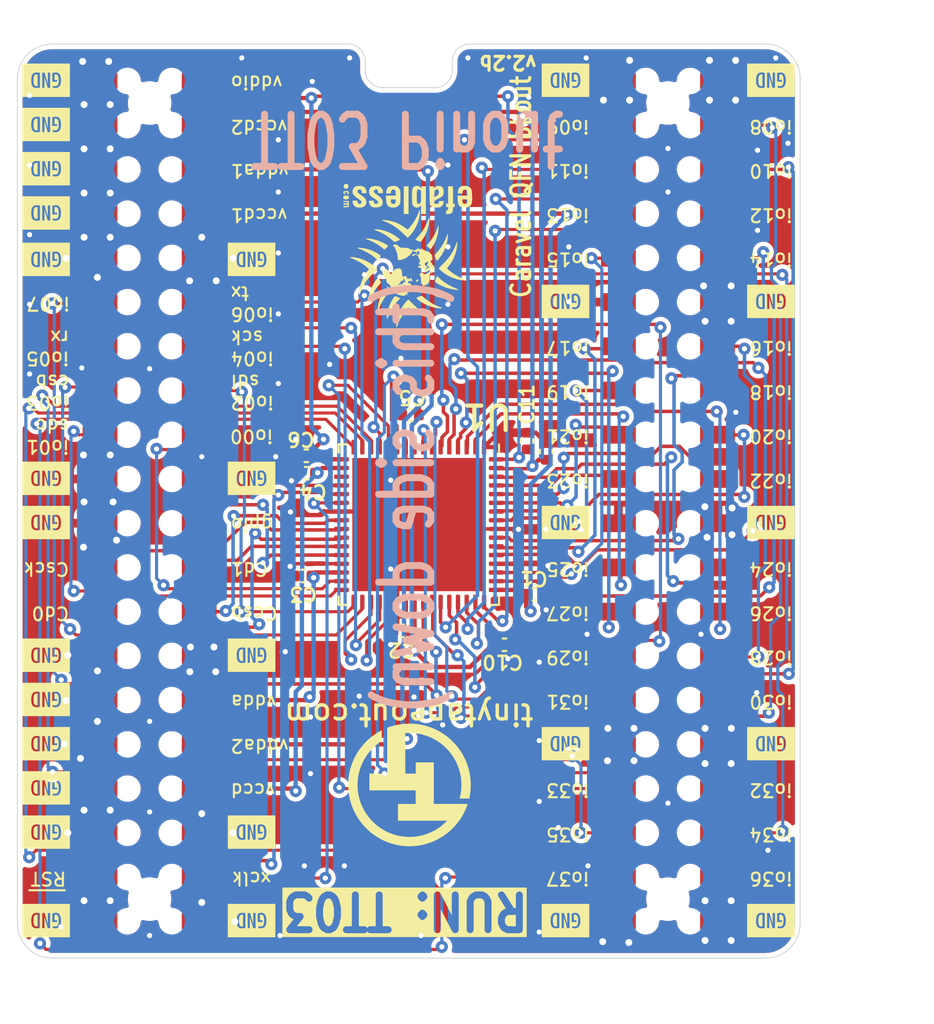
<source format=kicad_pcb>
(kicad_pcb (version 20221018) (generator pcbnew)
  (title_block (title "Caravel Breakout QFN") (date "2024-02-20") (rev "2.2b") (comment 1 "(C) 2023 Pat Deegan"))
  (layers (0 "F.Cu" signal) (31 "B.Cu" signal) (34 "B.Paste" user) (35 "F.Paste" user) (36 "B.SilkS" user "B.Silkscreen") (37 "F.SilkS" user "F.Silkscreen") (38 "B.Mask" user) (39 "F.Mask" user) (44 "Edge.Cuts" user))
  (net 0 "")
  (net 1 "GND")
  (net 2 "vddio")
  (net 3 "vccd2")
  (net 4 "vccd1")
  (net 5 "vdda1")
  (net 6 "vdda2")
  (net 7 "mprj_io[18]")
  (net 8 "mprj_io[17]")
  (net 9 "mprj_io[16]")
  (net 10 "mprj_io[15]")
  (net 11 "mprj_io[14]")
  (net 12 "mprj_io[13]")
  (net 13 "mprj_io[12]")
  (net 14 "mprj_io[11]")
  (net 15 "mprj_io[10]")
  (net 16 "mprj_io[9]")
  (net 17 "mprj_io[8]")
  (net 18 "mprj_io[7]")
  (net 19 "mprj_io[6]_ser_tx")
  (net 20 "mprj_io[5]_ser_rx")
  (net 21 "mprj_io[0]")
  (net 22 "mprj_io[33]")
  (net 23 "mprj_io[32]")
  (net 24 "mprj_io[31]")
  (net 25 "mprj_io[30]")
  (net 26 "mprj_io[29]")
  (net 27 "mprj_io[28]")
  (net 28 "mprj_io[27]")
  (net 29 "mprj_io[26]")
  (net 30 "mprj_io[25]")
  (net 31 "mprj_io[24]")
  (net 32 "mprj_io[23]")
  (net 33 "mprj_io[22]")
  (net 34 "mprj_io[21]")
  (net 35 "mprj_io[20]")
  (net 36 "mprj_io[19]")
  (net 37 "mprj_io[4]_SCK")
  (net 38 "mprj_io[3]_CSB")
  (net 39 "mprj_io[2]_SDI")
  (net 40 "mprj_io[1]_SDO")
  (net 41 "gpio")
  (net 42 "Caravel_D0")
  (net 43 "Caravel_CSB")
  (net 44 "~{RST}")
  (net 45 "Caravel_D1")
  (net 46 "xclk")
  (net 47 "mprj_io[36]")
  (net 48 "mprj_io[37]")
  (net 49 "Caravel_SCK")
  (net 50 "mprj_io[34]")
  (net 51 "mprj_io[35]")
  (net 52 "vdda")
  (net 53 "vccd")
  (footprint "Capacitor_SMD:C_0402_1005Metric" (layer "F.Cu") (at 78.4 40.9 -90)
    (fp_text reference "C7" hide)
    (fp_text value "0.1uf")
  )
  (footprint "Capacitor_SMD:C_0402_1005Metric" (layer "F.Cu") (at 77.73 49.1 180)
    (fp_text reference "C1")
    (fp_text value "0.1uf")
  )
  (footprint "Capacitor_SMD:C_0402_1005Metric" (layer "F.Cu") (at 70.1 51.2 180)
    (fp_text reference "C2")
    (fp_text value "0.1uf")
  )
  (footprint "Capacitor_SMD:C_0402_1005Metric" (layer "F.Cu") (at 64.61 41.15)
    (fp_text reference "C6")
    (fp_text value "0.1uf")
  )
  (footprint "Capacitor_SMD:C_0402_1005Metric" (layer "F.Cu") (at 64.63 42.15)
    (fp_text reference "C4")
    (fp_text value "0.1uf")
  )
  (footprint "Capacitor_SMD:C_0402_1005Metric" (layer "F.Cu") (at 64.43 48.05 180)
    (fp_text reference "C3")
    (fp_text value "0.1uf")
  )
  (footprint "Capacitor_SMD:C_0402_1005Metric" (layer "F.Cu") (at 70.6 38.8)
    (fp_text reference "C5")
    (fp_text value "0.1uf")
  )
  (footprint "kibuzzard-6288F08E" (layer "F.Cu") (at 91.322 57.681 180)
    (fp_text reference "kibuzzard-6288F08E" hide)
    (fp_text value "G***" hide)
  )
  (footprint "flyingcarsfootprints:StitchingVia-0.3mm" (layer "F.Cu") (at 55.6 56.4)
    (fp_text reference "STITCH5" hide)
    (fp_text value "StitchingVia-0.3mm" hide)
  )
  (footprint "BreakoutCommon:FH-00339" (layer "F.Cu") (at 85.4 43.75 -90)
    (fp_text reference "CON2" hide)
    (fp_text value "REF-182665-01")
  )
  (footprint "flyingcarsfootprints:StitchingVia-0.3mm" (layer "F.Cu") (at 90.5 54.75)
    (fp_text reference "REF**" hide)
    (fp_text value "StitchingVia-0.3mm" hide)
  )
  (footprint "flyingcarsfootprints:StitchingVia-0.3mm" (layer "F.Cu") (at 90.55 23.6)
    (fp_text reference "REF**" hide)
    (fp_text value "StitchingVia-0.3mm" hide)
  )
  (footprint "kibuzzard-6288F08E" (layer "F.Cu") (at 61.462 52.601 180)
    (fp_text reference "kibuzzard-6288F08E" hide)
    (fp_text value "G***" hide)
  )
  (footprint "Logos:ef_logo" (layer "F.Cu") (at 70.5 26.4 180)
    (fp_text reference "REF**" hide)
    (fp_text value "Logo" hide)
  )
  (footprint "flyingcarsfootprints:StitchingVia-0.3mm" (layer "F.Cu") (at 48.7 28.45)
    (fp_text reference "REF**2" hide)
    (fp_text value "StitchingVia-0.3mm" hide)
  )
  (footprint "kibuzzard-6288F08E" (layer "F.Cu") (at 91.322 44.981 180)
    (fp_text reference "kibuzzard-6288F08E" hide)
    (fp_text value "G***" hide)
  )
  (footprint "kibuzzard-6288F08E" (layer "F.Cu") (at 79.511 57.681 180)
    (fp_text reference "kibuzzard-6288F08E" hide)
    (fp_text value "G***" hide)
  )
  (footprint "flyingcarsfootprints:StitchingVia-0.3mm" (layer "F.Cu") (at 70.05 35.55)
    (fp_text reference "REF**" hide)
    (fp_text value "StitchingVia-0.3mm" hide)
  )
  (footprint "kibuzzard-6288F08E" (layer "F.Cu") (at 79.511 44.981 180)
    (fp_text reference "kibuzzard-6288F08E" hide)
    (fp_text value "G***" hide)
  )
  (footprint "Logos:TT_logo" (layer "F.Cu") (at 70.5 60 180)
    (fp_text reference "REF**" hide)
    (fp_text value "TT_logo")
  )
  (footprint "flyingcarsfootprints:StitchingVia-0.3mm" (layer "F.Cu") (at 48.7 32.45)
    (fp_text reference "REF**1" hide)
    (fp_text value "StitchingVia-0.3mm" hide)
  )
  (footprint "flyingcarsfootprints:StitchingVia-0.3mm" (layer "F.Cu") (at 72.45 56.6)
    (fp_text reference "REF**" hide)
    (fp_text value "StitchingVia-0.3mm" hide)
  )
  (footprint "flyingcarsfootprints:StitchingVia-0.3mm" (layer "F.Cu") (at 72.75 24.45)
    (fp_text reference "REF**" hide)
    (fp_text value "StitchingVia-0.3mm" hide)
  )
  (footprint "flyingcarsfootprints:StitchingVia-0.3mm" (layer "F.Cu") (at 73.9 18.3)
    (fp_text reference "STITCH2" hide)
    (fp_text value "StitchingVia-0.3mm" hide)
  )
  (footprint "flyingcarsfootprints:StitchingVia-0.3mm" (layer "F.Cu") (at 91.15 63.8)
    (fp_text reference "REF**" hide)
    (fp_text value "StitchingVia-0.3mm" hide)
  )
  (footprint "flyingcarsfootprints:StitchingVia-0.3mm" (layer "F.Cu") (at 91.6 18.3)
    (fp_text reference "STITCH5" hide)
    (fp_text value "StitchingVia-0.3mm" hide)
  )
  (footprint "Capacitor_SMD:C_0402_1005Metric" (layer "F.Cu") (at 77.3 40.3 -90)
    (fp_text reference "C11")
    (fp_text value "0.1uf")
  )
  (footprint "kibuzzard-6288F08E" (layer "F.Cu") (at 49.651 67.841 180)
    (fp_text reference "kibuzzard-6288F08E" hide)
    (fp_text value "G***" hide)
  )
  (footprint "flyingcarsfootprints:StitchingVia-0.3mm" (layer "F.Cu") (at 60.9 18.3)
    (fp_text reference "STITCH1" hide)
    (fp_text value "StitchingVia-0.3mm" hide)
  )
  (footprint "kibuzzard-6288F08E" (layer "F.Cu") (at 61.462 42.441 180)
    (fp_text reference "kibuzzard-6288F08E" hide)
    (fp_text value "G***" hide)
  )
  (footprint "flyingcarsfootprints:StitchingVia-0.3mm" (layer "F.Cu") (at 80.8 64.7)
    (fp_text reference "STITCH5" hide)
    (fp_text value "StitchingVia-0.3mm" hide)
  )
  (footprint "flyingcarsfootprints:StitchingVia-0.3mm" (layer "F.Cu") (at 70.8 55)
    (fp_text reference "REF**" hide)
    (fp_text value "StitchingVia-0.3mm" hide)
  )
  (footprint "flyingcarsfootprints:StitchingVia-0.3mm" (layer "F.Cu") (at 72.75 32.45)
    (fp_text reference "REF**" hide)
    (fp_text value "StitchingVia-0.3mm" hide)
  )
  (footprint "flyingcarsfootprints:StitchingVia-0.3mm" (layer "F.Cu") (at 64.95 19.65)
    (fp_text reference "REF**" hide)
    (fp_text value "StitchingVia-0.3mm" hide)
  )
  (footprint "kibuzzard-6288F08E" (layer "F.Cu") (at 49.651 19.581 180)
    (fp_text reference "kibuzzard-6288F08E" hide)
    (fp_text value "G***" hide)
  )
  (footprint "kibuzzard-6288F08E" (layer "F.Cu") (at 49.651 42.441 180)
    (fp_text reference "kibuzzard-6288F08E" hide)
    (fp_text value "G***" hide)
  )
  (footprint "flyingcarsfootprints:StitchingVia-0.3mm" (layer "F.Cu") (at 63 37)
    (fp_text reference "REF**" hide)
    (fp_text value "StitchingVia-0.3mm" hide)
  )
  (footprint "flyingcarsfootprints:StitchingVia-0.3mm" (layer "F.Cu") (at 63 33)
    (fp_text reference "REF**" hide)
    (fp_text value "StitchingVia-0.3mm" hide)
  )
  (footprint "kibuzzard-6288F08E" (layer "F.Cu") (at 61.462 62.761 180)
    (fp_text reference "kibuzzard-6288F08E" hide)
    (fp_text value "G***" hide)
  )
  (footprint "flyingcarsfootprints:StitchingVia-0.3mm" (layer "F.Cu") (at 50.5 68.2)
    (fp_text reference "REF**" hide)
    (fp_text value "StitchingVia-0.3mm" hide)
  )
  (footprint "flyingcarsfootprints:StitchingVia-0.3mm" (layer "F.Cu") (at 63.1 68.7)
    (fp_text reference "REF**" hide)
    (fp_text value "StitchingVia-0.3mm" hide)
  )
  (footprint "flyingcarsfootprints:StitchingVia-0.3mm" (layer "F.Cu") (at 85.4 61.1)
    (fp_text reference "REF**" hide)
    (fp_text value "StitchingVia-0.3mm" hide)
  )
  (footprint "flyingcarsfootprints:StitchingVia-0.3mm" (layer "F.Cu") (at 64.85 56.15)
    (fp_text reference "REF**" hide)
    (fp_text value "StitchingVia-0.3mm" hide)
  )
  (footprint "flyingcarsfootprints:StitchingVia-0.3mm" (layer "F.Cu") (at 63 26)
    (fp_text reference "REF**" hide)
    (fp_text value "StitchingVia-0.3mm" hide)
  )
  (footprint "flyingcarsfootprints:StitchingVia-0.3mm" (layer "F.Cu") (at 67.65 54.95)
    (fp_text reference "REF**" hide)
    (fp_text value "StitchingVia-0.3mm" hide)
  )
  (footprint "flyingcarsfootprints:StitchingVia-0.3mm" (layer "F.Cu") (at 67.1 18.3)
    (fp_text reference "STITCH1" hide)
    (fp_text value "StitchingVia-0.3mm" hide)
  )
  (footprint "flyingcarsfootprints:StitchingVia-0.3mm" (layer "F.Cu") (at 89.3 38.65)
    (fp_text reference "REF**" hide)
    (fp_text value "StitchingVia-0.3mm" hide)
  )
  (footprint "flyingcarsfootprints:StitchingVia-0.3mm" (layer "F.Cu") (at 71.2 68.7)
    (fp_text reference "REF**" hide)
    (fp_text value "StitchingVia-0.3mm" hide)
  )
  (footprint "Capacitor_SMD:C_0402_1005Metric" (layer "F.Cu") (at 76 52)
    (fp_text reference "C10")
    (fp_text value "0.1uf")
  )
  (footprint "flyingcarsfootprints:StitchingVia-0.3mm" (layer "F.Cu") (at 87.3 51.4)
    (fp_text reference "REF**" hide)
    (fp_text value "StitchingVia-0.3mm" hide)
  )
  (footprint "flyingcarsfootprints:StitchingVia-0.3mm" (layer "F.Cu") (at 85.4 26)
    (fp_text reference "REF**5" hide)
    (fp_text value "StitchingVia-0.3mm" hide)
  )
  (footprint "kibuzzard-6288F08E" (layer "F.Cu") (at 49.651 52.601 180)
    (fp_text reference "kibuzzard-6288F08E" hide)
    (fp_text value "G***" hide)
  )
  (footprint "flyingcarsfootprints:StitchingVia-0.3mm" (layer "F.Cu") (at 90.55 28.2)
    (fp_text reference "REF**" hide)
    (fp_text value "StitchingVia-0.3mm" hide)
  )
  (footprint "flyingcarsfootprints:StitchingVia-0.3mm" (layer "F.Cu") (at 64.85 59.4)
    (fp_text reference "REF**" hide)
    (fp_text value "StitchingVia-0.3mm" hide)
  )
  (footprint "kibuzzard-6288F08E" (layer "F.Cu") (at 49.651 29.868 180)
    (fp_text reference "kibuzzard-6288F08E" hide)
    (fp_text value "G***" hide)
  )
  (footprint "flyingcarsfootprints:StitchingVia-0.3mm" (layer "F.Cu") (at 80.7 18.3)
    (fp_text reference "STITCH3" hide)
    (fp_text value "StitchingVia-0.3mm" hide)
  )
  (footprint "kibuzzard-6288F08E" (layer "F.Cu") (at 49.651 44.981 180)
    (fp_text reference "kibuzzard-6288F08E" hide)
    (fp_text value "G***" hide)
  )
  (footprint "flyingcarsfootprints:StitchingVia-0.3mm" (layer "F.Cu") (at 48.7 36.45)
    (fp_text reference "REF**" hide)
    (fp_text value "StitchingVia-0.3mm" hide)
  )
  (footprint "flyingcarsfootprints:StitchingVia-0.3mm" (layer "F.Cu") (at 55.6 61.6)
    (fp_text reference "STITCH5" hide)
    (fp_text value "StitchingVia-0.3mm" hide)
  )
  (footprint "kibuzzard-6288F08E" (layer "F.Cu") (at 91.322 67.841 180)
    (fp_text reference "kibuzzard-6288F08E" hide)
    (fp_text value "G***" hide)
  )
  (footprint "flyingcarsfootprints:StitchingVia-0.3mm" (layer "F.Cu") (at 63 23)
    (fp_text reference "REF**" hide)
    (fp_text value "StitchingVia-0.3mm" hide)
  )
  (footprint "flyingcarsfootprints:StitchingVia-0.3mm" (layer "F.Cu") (at 55.6 36.15)
    (fp_text reference "REF**" hide)
    (fp_text value "StitchingVia-0.3mm" hide)
  )
  (footprint "Package_DFN_QFN:QFN-64-1EP_9x9mm_P0.5mm_EP7.65x7.65mm" (layer "F.Cu") (at 71.08 45.1 -90)
    (fp_text reference "U1")
    (fp_text value "Caravel_QFN")
  )
  (footprint "kibuzzard-6288F08E" (layer "F.Cu") (at 79.511 19.581 180)
    (fp_text reference "kibuzzard-6288F08E" hide)
    (fp_text value "G***" hide)
  )
  (footprint "flyingcarsfootprints:StitchingVia-0.3mm" (layer "F.Cu") (at 77.4 20.55)
    (fp_text reference "REF**" hide)
    (fp_text value "StitchingVia-0.3mm" hide)
  )
  (footprint "flyingcarsfootprints:StitchingVia-0.3mm" (layer "F.Cu") (at 78 53)
    (fp_text reference "REF**" hide)
    (fp_text value "StitchingVia-0.3mm" hide)
  )
  (footprint "flyingcarsfootprints:StitchingVia-0.3mm" (layer "F.Cu") (at 72.75 29.15)
    (fp_text reference "REF**" hide)
    (fp_text value "StitchingVia-0.3mm" hide)
  )
  (footprint "flyingcarsfootprints:StitchingVia-0.3mm" (layer "F.Cu") (at 79.1 62.5)
    (fp_text reference "REF**" hide)
    (fp_text value "StitchingVia-0.3mm" hide)
  )
  (footprint "kibuzzard-6288F08E" (layer "F.Cu") (at 61.462 67.841 180)
    (fp_text reference "kibuzzard-6288F08E" hide)
    (fp_text value "G***" hide)
  )
  (footprint "flyingcarsfootprints:StitchingVia-0.3mm" (layer "F.Cu") (at 64.5 64.7)
    (fp_text reference "REF**" hide)
    (fp_text value "StitchingVia-0.3mm" hide)
  )
  (footprint "flyingcarsfootprints:StitchingVia-0.3mm" (layer "F.Cu") (at 78 57.5)
    (fp_text reference "REF**" hide)
    (fp_text value "StitchingVia-0.3mm" hide)
  )
  (footprint "flyingcarsfootprints:StitchingVia-0.3mm" (layer "F.Cu") (at 65.95 35.9)
    (fp_text reference "REF**" hide)
    (fp_text value "StitchingVia-0.3mm" hide)
  )
  (footprint "Logos:ef_logo_graphical" (layer "F.Cu") (at 70.5 30.4 180)
    (fp_text reference "REF**" hide)
    (fp_text value "Logo" hide)
  )
  (footprint "flyingcarsfootprints:StitchingVia-0.3mm" (layer "F.Cu") (at 48.7 24.45)
    (fp_text reference "REF**3" hide)
    (fp_text value "StitchingVia-0.3mm" hide)
  )
  (footprint "kibuzzard-6288F08E" (layer "F.Cu") (at 49.651 62.761 180)
    (fp_text reference "kibuzzard-6288F08E" hide)
    (fp_text value "G***" hide)
  )
  (footprint "flyingcarsfootprints:StitchingVia-0.3mm" (layer "F.Cu") (at 62.85 41.2)
    (fp_text reference "REF**" hide)
    (fp_text value "StitchingVia-0.3mm" hide)
  )
  (footprint "flyingcarsfootprints:StitchingVia-0.3mm" (layer "F.Cu") (at 78 68.5)
    (fp_text reference "REF**" hide)
    (fp_text value "StitchingVia-0.3mm" hide)
  )
  (footprint "kibuzzard-6288F08E" (layer "F.Cu") (at 49.651 57.681 180)
    (fp_text reference "kibuzzard-6288F08E" hide)
    (fp_text value "G***" hide)
  )
  (footprint "kibuzzard-6288F08E" (layer "F.Cu") (at 91.322 32.281 180)
    (fp_text reference "kibuzzard-6288F08E" hide)
    (fp_text value "G***" hide)
  )
  (footprint "flyingcarsfootprints:StitchingVia-0.3mm" (layer "F.Cu") (at 48.7 20.45)
    (fp_text reference "REF**4" hide)
    (fp_text value "StitchingVia-0.3mm" hide)
  )
  (footprint "flyingcarsfootprints:StitchingVia-0.3mm" (layer "F.Cu") (at 67.95 30.75)
    (fp_text reference "REF**" hide)
    (fp_text value "StitchingVia-0.3mm" hide)
  )
  (footprint "flyingcarsfootprints:StitchingVia-0.3mm" (layer "F.Cu") (at 63 29.5)
    (fp_text reference "REF**" hide)
    (fp_text value "StitchingVia-0.3mm" hide)
  )
  (footprint "flyingcarsfootprints:StitchingVia-0.3mm" (layer "F.Cu") (at 80.75 51.4)
    (fp_text reference "REF**" hide)
    (fp_text value "StitchingVia-0.3mm" hide)
  )
  (footprint "flyingcarsfootprints:StitchingVia-0.3mm" (layer "F.Cu") (at 92.3 23.2)
    (fp_text reference "STITCH5" hide)
    (fp_text value "StitchingVia-0.3mm" hide)
  )
  (footprint "kibuzzard-6288F08E" (layer "F.Cu") (at 49.651 24.661 180)
    (fp_text reference "kibuzzard-6288F08E" hide)
    (fp_text value "G***" hide)
  )
  (footprint "kibuzzard-6288F08E" (layer "F.Cu") (at 49.651 27.201 180)
    (fp_text reference "kibuzzard-6288F08E" hide)
    (fp_text value "G***" hide)
  )
  (footprint "kibuzzard-6288F08E" (layer "F.Cu") (at 79.511 32.281 180)
    (fp_text reference "kibuzzard-6288F08E" hide)
    (fp_text value "G***" hide)
  )
  (footprint "BreakoutCommon:FH-00339" (layer "F.Cu") (at 55.6 43.75 -90)
    (fp_text reference "CON1" hide)
    (fp_text value "REF-182665-01")
  )
  (footprint "flyingcarsfootprints:StitchingVia-0.3mm" (layer "F.Cu") (at 55.6 68.7)
    (fp_text reference "STITCH5" hide)
    (fp_text value "StitchingVia-0.3mm" hide)
  )
  (footprint "kibuzzard-6288F08E" (layer "F.Cu") (at 49.651 55.141 180)
    (fp_text reference "kibuzzard-6288F08E" hide)
    (fp_text value "G***" hide)
  )
  (footprint "kibuzzard-6288F08E" (layer "F.Cu") (at 61.462 29.868 180)
    (fp_text reference "kibuzzard-6288F08E" hide)
    (fp_text value "G***" hide)
  )
  (footprint "flyingcarsfootprints:StitchingVia-0.3mm" (layer "F.Cu") (at 85.4 23.5)
    (fp_text reference "REF**5" hide)
    (fp_text value "StitchingVia-0.3mm" hide)
  )
  (footprint "kibuzzard-6288F08E" (layer "F.Cu") (at 79.511 67.841 180)
    (fp_text reference "kibuzzard-6288F08E" hide)
    (fp_text value "G***" hide)
  )
  (footprint "flyingcarsfootprints:StitchingVia-0.3mm" (layer "F.Cu") (at 79.7 29.15)
    (fp_text reference "REF**" hide)
    (fp_text value "StitchingVia-0.3mm" hide)
  )
  (footprint "kibuzzard-6288F08E" (layer "F.Cu") (at 49.651 22.121 180)
    (fp_text reference "kibuzzard-6288F08E" hide)
    (fp_text value "G***" hide)
  )
  (footprint "flyingcarsfootprints:StitchingVia-0.3mm" (layer "F.Cu") (at 78 61)
    (fp_text reference "REF**" hide)
    (fp_text value "StitchingVia-0.3mm" hide)
  )
  (footprint "kibuzzard-6288F08E" (layer "F.Cu") (at 49.651 60.221 180)
    (fp_text reference "kibuzzard-6288F08E" hide)
    (fp_text value "G***" hide)
  )
  (footprint "flyingcarsfootprints:StitchingVia-0.3mm" (layer "F.Cu") (at 66.8 64.7)
    (fp_text reference "STITCH5" hide)
    (fp_text value "StitchingVia-0.3mm" hide)
  )
  (footprint "flyingcarsfootprints:StitchingVia-0.3mm" (layer "F.Cu") (at 51.7 36.1)
    (fp_text reference "REF**" hide)
    (fp_text value "StitchingVia-0.3mm" hide)
  )
  (footprint "flyingcarsfootprints:StitchingVia-0.3mm" (layer "F.Cu") (at 58.6 41.2)
    (fp_text reference "REF**" hide)
    (fp_text value "StitchingVia-0.3mm" hide)
  )
  (footprint "kibuzzard-6288F08E" (layer "F.Cu") (at 91.322 19.581 180)
    (fp_text reference "kibuzzard-6288F08E" hide)
    (fp_text value "G***" hide)
  )
  (gr_line (start 48.684 66.1) (end 50.716 66.1) (stroke (width 0.12)) (layer "F.SilkS"))
  (gr_arc (start 67 17.5) (mid 67.707107 17.792893) (end 68 18.5) (stroke (width 0.05)) (layer "Edge.Cuts"))
  (gr_line (start 68 18.5) (end 68 19) (stroke (width 0.05)) (layer "Edge.Cuts"))
  (gr_line locked (start 50 70) (end 91 70) (stroke (width 0.05)) (layer "Edge.Cuts"))
  (gr_arc locked (start 93 68) (mid 92.414214 69.414214) (end 91 70) (stroke (width 0.05)) (layer "Edge.Cuts"))
  (gr_arc locked (start 48 19.5) (mid 48.585786 18.085786) (end 50 17.5) (stroke (width 0.05)) (layer "Edge.Cuts"))
  (gr_line (start 73 19) (end 73 18.5) (stroke (width 0.05)) (layer "Edge.Cuts"))
  (gr_arc (start 73 18.5) (mid 73.292893 17.792893) (end 74 17.5) (stroke (width 0.05)) (layer "Edge.Cuts"))
  (gr_line (start 69 20) (end 72 20) (stroke (width 0.05)) (layer "Edge.Cuts"))
  (gr_arc locked (start 50 70) (mid 48.585786 69.414214) (end 48 68) (stroke (width 0.05)) (layer "Edge.Cuts"))
  (gr_arc (start 69 20) (mid 68.292893 19.707107) (end 68 19) (stroke (width 0.05)) (layer "Edge.Cuts"))
  (gr_arc (start 91 17.5) (mid 92.414214 18.085786) (end 93 19.5) (stroke (width 0.05)) (layer "Edge.Cuts"))
  (gr_line locked (start 48 19.5) (end 48 68) (stroke (width 0.05)) (layer "Edge.Cuts"))
  (gr_line (start 91 17.5) (end 74 17.5) (stroke (width 0.05)) (layer "Edge.Cuts"))
  (gr_line locked (start 93 19.5) (end 93 68) (stroke (width 0.05)) (layer "Edge.Cuts"))
  (gr_arc (start 73 19) (mid 72.707107 19.707107) (end 72 20) (stroke (width 0.05)) (layer "Edge.Cuts"))
  (gr_line (start 50 17.5) (end 67 17.5) (stroke (width 0.05)) (layer "Edge.Cuts"))
  (gr_text "(this side down)" (at 70.4 43.5 90) (layer "B.SilkS") (effects (font (size 3 2) (thickness 0.4)) (justify mirror)))
  (gr_text "TT03 Pinout" (at 70.4 22.9 180) (layer "B.SilkS") (effects (font (size 3 2) (thickness 0.4)) (justify mirror)))
  (gr_text "vddio" (at 60.192 19.708 180) (layer "F.SilkS") (effects (font (size 0.75 0.75) (thickness 0.12)) (justify right)))
  (gr_text "io36" (at 91.322 65.428 180) (layer "F.SilkS") (effects (font (size 0.75 0.75) (thickness 0.12))))
  (gr_text "RUN: TT03" (at 70.3 66.1 180) (layer "F.SilkS" knockout) (effects (font (size 2 1.8) (thickness 0.4) bold) (justify bottom)))
  (gr_text "io18" (at 91.322 37.488 180) (layer "F.SilkS") (effects (font (size 0.75 0.75) (thickness 0.12))))
  (gr_text "io23" (at 79.638 42.568 180) (layer "F.SilkS") (effects (font (size 0.75 0.75) (thickness 0.12))))
  (gr_text "io34" (at 91.322 62.888 180) (layer "F.SilkS") (effects (font (size 0.75 0.75) (thickness 0.12))))
  (gr_text "xclk" (at 61.462 65.428 180) (layer "F.SilkS") (effects (font (size 0.75 0.75) (thickness 0.12))))
  (gr_text "io04\nsck" (at 60.192 34.948 180) (layer "F.SilkS") (effects (font (size 0.75 0.75) (thickness 0.12)) (justify right)))
  (gr_text "io29" (at 79.638 52.728 180) (layer "F.SilkS") (effects (font (size 0.75 0.75) (thickness 0.12))))
  (gr_text "gpio" (at 60.192 45.108 180) (layer "F.SilkS") (effects (font (size 0.75 0.75) (thickness 0.12)) (justify right)))
  (gr_text "vdda2" (at 60.192 57.808 180) (layer "F.SilkS") (effects (font (size 0.75 0.75) (thickness 0.12)) (justify right)))
  (gr_text "io01\nsdo" (at 51.048 40.028 180) (layer "F.SilkS") (effects (font (size 0.75 0.75) (thickness 0.12)) (justify left)))
  (gr_text "io37" (at 79.638 65.428 180) (layer "F.SilkS") (effects (font (size 0.75 0.75) (thickness 0.12))))
  (gr_text "io25" (at 79.638 47.648 180) (layer "F.SilkS") (effects (font (size 0.75 0.75) (thickness 0.12))))
  (gr_text "io21" (at 79.638 40.028 180) (layer "F.SilkS") (effects (font (size 0.75 0.75) (thickness 0.12))))
  (gr_text "vdda1" (at 60.192 24.788 180) (layer "F.SilkS") (effects (font (size 0.75 0.75) (thickness 0.12)) (justify right)))
  (gr_text "vccd1" (at 60.192 27.328 180) (layer "F.SilkS") (effects (font (size 0.75 0.75) (thickness 0.12)) (justify right)))
  (gr_text "vccd2" (at 60.192 22.248 180) (layer "F.SilkS") (effects (font (size 0.75 0.75) (thickness 0.12)) (justify right)))
  (gr_text "Cd1" (at 60.192 47.648 180) (layer "F.SilkS") (effects (font (size 0.75 0.75) (thickness 0.12)) (justify right)))
  (gr_text "RST" (at 49.778 65.428 180) (layer "F.SilkS") (effects (font (size 0.75 0.75) (thickness 0.12))))
  (gr_text "v2.2b" (at 76.2 18.1 180) (layer "F.SilkS") (effects (font (size 0.8 0.8) (thickness 0.18) bold) (justify bottom)))
  (gr_text "io08" (at 91.322 22.248 180) (layer "F.SilkS") (effects (font (size 0.75 0.75) (thickness 0.12))))
  (gr_text "io35" (at 79.638 62.888 180) (layer "F.SilkS") (effects (font (size 0.75 0.75) (thickness 0.12))))
  (gr_text "io14" (at 91.322 29.868 180) (layer "F.SilkS") (effects (font (size 0.75 0.75) (thickness 0.12))))
  (gr_text "io27" (at 79.638 50.188 180) (layer "F.SilkS") (effects (font (size 0.75 0.75) (thickness 0.12))))
  (gr_text "io10" (at 91.322 24.788 180) (layer "F.SilkS") (effects (font (size 0.75 0.75) (thickness 0.12))))
  (gr_text "io31" (at 79.638 55.268 180) (layer "F.SilkS") (effects (font (size 0.75 0.75) (thickness 0.12))))
  (gr_text "io26" (at 91.322 50.188 180) (layer "F.SilkS") (effects (font (size 0.75 0.75) (thickness 0.12))))
  (gr_text "tinytapeout.com" (at 70.5 55.3 180) (layer "F.SilkS") (effects (font (size 1.2 1.2) (thickness 0.2) bold) (justify bottom)))
  (gr_text "io22" (at 91.322 42.568 180) (layer "F.SilkS") (effects (font (size 0.75 0.75) (thickness 0.12))))
  (gr_text "vdda" (at 60.192 55.268 180) (layer "F.SilkS") (effects (font (size 0.75 0.75) (thickness 0.12)) (justify right)))
  (gr_text "io24" (at 91.322 47.648 180) (layer "F.SilkS") (effects (font (size 0.75 0.75) (thickness 0.12))))
  (gr_text "io12" (at 91.322 27.328 180) (layer "F.SilkS") (effects (font (size 0.75 0.75) (thickness 0.12))))
  (gr_text "io02\nsdi" (at 60.192 37.488 180) (layer "F.SilkS") (effects (font (size 0.75 0.75) (thickness 0.12)) (justify right)))
  (gr_text "Cd0" (at 51.048 50.188 180) (layer "F.SilkS") (effects (font (size 0.75 0.75) (thickness 0.12)) (justify left)))
  (gr_text "io17" (at 79.638 34.948 180) (layer "F.SilkS") (effects (font (size 0.75 0.75) (thickness 0.12))))
  (gr_text "io15" (at 79.638 29.868 180) (layer "F.SilkS") (effects (font (size 0.75 0.75) (thickness 0.12))))
  (gr_text "Csck" (at 51.048 47.648 180) (layer "F.SilkS") (effects (font (size 0.75 0.75) (thickness 0.12)) (justify left)))
  (gr_text "io32" (at 91.322 60.348 180) (layer "F.SilkS") (effects (font (size 0.75 0.75) (thickness 0.12))))
  (gr_text "io06\ntx" (at 60.192 32.408 180) (layer "F.SilkS") (effects (font (size 0.75 0.75) (thickness 0.12)) (justify right)))
  (gr_text "io30" (at 91.322 55.268 180) (layer "F.SilkS") (effects (font (size 0.75 0.75) (thickness 0.12))))
  (gr_text "Ccsb" (at 60.192 50.188 180) (layer "F.SilkS") (effects (font (size 0.75 0.75) (thickness 0.12)) (justify right)))
  (gr_text "vccd" (at 60.192 60.348 180) (layer "F.SilkS") (effects (font (size 0.75 0.75) (thickness 0.12)) (justify right)))
  (gr_text "io07" (at 49.778 32.408 180) (layer "F.SilkS") (effects (font (size 0.75 0.75) (thickness 0.12))))
  (gr_text "io13" (at 79.638 27.328 180) (layer "F.SilkS") (effects (font (size 0.75 0.75) (thickness 0.12))))
  (gr_text "io19" (at 79.638 37.488 180) (layer "F.SilkS") (effects (font (size 0.75 0.75) (thickness 0.12))))
  (gr_text "io09" (at 79.638 22.248 180) (layer "F.SilkS") (effects (font (size 0.75 0.75) (thickness 0.12))))
  (gr_text "io28" (at 91.322 52.728 180) (layer "F.SilkS") (effects (font (size 0.75 0.75) (thickness 0.12))))
  (gr_text "io16" (at 91.322 34.948 180) (layer "F.SilkS") (effects (font (size 0.75 0.75) (thickness 0.12))))
  (gr_text "io00" (at 61.462 40.028 180) (layer "F.SilkS") (effects (font (size 0.75 0.75) (thickness 0.12))))
  (gr_text "io03\ncsb" (at 51.048 37.488 180) (layer "F.SilkS") (effects (font (size 0.75 0.75) (thickness 0.12)) (justify left)))
  (gr_text "io20" (at 91.322 40.028 180) (layer "F.SilkS") (effects (font (size 0.75 0.75) (thickness 0.12))))
  (gr_text "Caravel QFN bkout" (at 77.6 25.7 90) (layer "F.SilkS") (effects (font (size 1.1 0.9) (thickness 0.18) bold) (justify bottom)))
  (gr_text "io05\nrx" (at 51.048 34.948 180) (layer "F.SilkS") (effects (font (size 0.75 0.75) (thickness 0.12)) (justify left)))
  (gr_text "io11" (at 79.638 24.788 180) (layer "F.SilkS") (effects (font (size 0.75 0.75) (thickness 0.12))))
  (gr_text "io33" (at 79.638 60.348 180) (layer "F.SilkS") (effects (font (size 0.75 0.75) (thickness 0.12))))
  (segment (start 76.2 52.8) (end 75.2 52.8) (width 0.2) (layer "F.Cu") (net 1))
  (segment (start 66.63 47.35) (end 66.627451 47.347451) (width 0.2) (layer "F.Cu") (net 1))
  (segment (start 70.33 40.207872) (end 70.33 40.65) (width 0.2) (layer "F.Cu") (net 1))
  (segment (start 74.3 53.7) (end 71.168962 53.7) (width 0.2) (layer "F.Cu") (net 1))
  (segment (start 70.12 38.8) (end 70.12 38.11891) (width 0.2) (layer "F.Cu") (net 1))
  (segment (start 63.677353 42.5) (end 63.757543 42.58019) (width 0.2) (layer "F.Cu") (net 1))
  (segment (start 64.770405 44.555) (end 64.750595 44.53519) (width 0.25) (layer "F.Cu") (net 1))
  (segment (start 76.48 52) (end 76.48 52.52) (width 0.2) (layer "F.Cu") (net 1))
  (segment (start 70.33 40.65) (end 70.33 44.35) (width 0.2) (layer "F.Cu") (net 1))
  (segment (start 63.68 47.5) (end 63.68 47.78) (width 0.2) (layer "F.Cu") (net 1))
  (segment (start 71.33 45.35) (end 71.08 45.1) (width 0.2) (layer "F.Cu") (net 1))
  (segment (start 69.83 46.35) (end 71.08 45.1) (width 0.25) (layer "F.Cu") (net 1))
  (segment (start 69.83 49.55) (end 69.83 46.35) (width 0.25) (layer "F.Cu") (net 1))
  (segment (start 77.8 39.82) (end 78.4 40.42) (width 0.25) (layer "F.Cu") (net 1))
  (segment (start 75.66 39.82) (end 77.3 39.82) (width 0.25) (layer "F.Cu") (net 1))
  (segment (start 63.68 47.78) (end 63.95 48.05) (width 0.2) (layer "F.Cu") (net 1))
  (segment (start 71.168962 53.7) (end 69.460398 51.991436) (width 0.2) (layer "F.Cu") (net 1))
  (segment (start 65.329595 44.555) (end 64.770405 44.555) (width 0.25) (layer "F.Cu") (net 1))
  (segment (start 58.45 52.64) (end 63.16 52.64) (width 0.25) (layer "F.Cu") (net 1))
  (segment (start 64.750595 44.53519) (end 63.86019 44.53519) (width 0.25) (layer "F.Cu") (net 1))
  (segment (start 50.9 52.6) (end 52.71 52.6) (width 0.25) (layer "F.Cu") (net 1))
  (segment (start 66.54038 42.85) (end 64.027353 42.85) (width 0.2) (layer "F.Cu") (net 1))
  (segment (start 65.349405 44.53519) (end 65.329595 44.555) (width 0.25) (layer "F.Cu") (net 1))
  (segment (start 63.16 52.64) (end 63.4 52.4) (width 0.25) (layer "F.Cu") (net 1))
  (segment (start 64.15 42.15) (end 64.15 42.187733) (width 0.2) (layer "F.Cu") (net 1))
  (segment (start 75.53 45.35) (end 76.782364 45.35) (width 0.2) (layer "F.Cu") (net 1))
  (segment (start 69.96 50.37) (end 69.83 50.5) (width 0.25) (layer "F.Cu") (net 1))
  (segment (start 70.247381 38.927381) (end 70.247381 40.125253) (width 0.2) (layer "F.Cu") (net 1))
  (segment (start 88.4 43.9) (end 88.844943 43.9) (width 0.25) (layer "F.Cu") (net 1))
  (segment (start 78.390005 47.35) (end 78.500003 47.459998) (width 0.25) (layer "F.Cu") (net 1))
  (segment (start 88.4 45.02) (end 88.4 43.9) (width 0.25) (layer "F.Cu") (net 1))
  (segment (start 64.15 42.187733) (end 63.757543 42.58019) (width 0.2) (layer "F.Cu") (net 1))
  (segment (start 69.62 51.2) (end 69.62 51.831834) (width 0.2) (layer "F.Cu") (net 1))
  (segment (start 75.2 52.8) (end 74.3 53.7) (width 0.2) (layer "F.Cu") (net 1))
  (segment (start 76.48 52.52) (end 76.2 52.8) (width 0.2) (layer "F.Cu") (net 1))
  (segment (start 88.844943 43.9) (end 89.09 44.145057) (width 0.25) (layer "F.Cu") (net 1))
  (segment (start 78.379021 45.372162) (end 76.804526 45.372162) (width 0.2) (layer "F.Cu") (net 1))
  (segment (start 82.4 44.25) (end 82.65 44) (width 0.1524) (layer "F.Cu") (net 1))
  (segment (start 75.53 45.35) (end 71.33 45.35) (width 0.2) (layer "F.Cu") (net 1))
  (segment (start 78.21 49.81) (end 78.4 50) (width 0.2) (layer "F.Cu") (net 1))
  (segment (start 70.12 38.8) (end 70.247381 38.927381) (width 0.2) (layer "F.Cu") (net 1))
  (segment (start 87.451018 44) (end 87.523334 44.072316) (width 0.1524) (layer "F.Cu") (net 1))
  (segment (start 64.13 41.15) (end 64.13 40.33) (width 0.2) (layer "F.Cu") (net 1))
  (segment (start 74.83 40.65) (end 75.66 39.82) (width 0.25) (layer "F.Cu") (net 1))
  (segment (start 65.569564 44.35) (end 65.384374 44.53519) (width 0.25) (layer "F.Cu") (net 1))
  (segment (start 63.982543 42.80519) (end 63.757543 42.58019) (width 0.25) (layer "F.Cu") (net 1))
  (segment (start 69.83 50.5) (end 69.83 50.99) (width 0.25) (layer "F.Cu") (net 1))
  (segment (start 64.027353 42.85) (end 63.982543 42.80519) (width 0.2) (layer "F.Cu") (net 1))
  (segment (start 77.3 39.82) (end 77.8 39.82) (width 0.25) (layer "F.Cu") (net 1))
  (segment (start 78.4 40.42) (end 79.274572 40.42) (width 0.25) (layer "F.Cu") (net 1))
  (segment (start 76.782364 45.35) (end 76.804526 45.372162) (width 0.2) (layer "F.Cu") (net 1))
  (segment (start 70.33 49.55) (end 70.33 50.37) (width 0.25) (layer "F.Cu") (net 1))
  (segment (start 70.33 50.37) (end 69.96 50.37) (width 0.25) (layer "F.Cu") (net 1))
  (segment (start 88.4 43.9) (end 87.69565 43.9) (width 0.25) (layer "F.Cu") (net 1))
  (segment (start 70.33 44.35) (end 71.08 45.1) (width 0.25) (layer "F.Cu") (net 1))
  (segment (start 69.83 50.99) (end 69.62 51.2) (width 0.25) (layer "F.Cu") (net 1))
  (segment (start 64.13 40.33) (end 64 40.2) (width 0.2) (layer "F.Cu") (net 1))
  (segment (start 82.38 32.3) (end 82.4 32.32) (width 0.25) (layer "F.Cu") (net 1))
  (segment (start 87.3 51.4) (end 87.65 51.75) (width 0.1524) (layer "F.Cu") (net 1))
  (segment (start 66.63 44.35) (end 65.569564 44.35) (width 0.25) (layer "F.Cu") (net 1))
  (segment (start 70.247381 40.125253) (end 70.33 40.207872) (width 0.2) (layer "F.Cu") (net 1))
  (segment (start 70.12 38.11891) (end 70.226027 38.012883) (width 0.2) (layer "F.Cu") (net 1))
  (segment (start 66.63 44.35) (end 70.33 44.35) (width 0.25) (layer "F.Cu") (net 1))
  (segment (start 79.274572 40.42) (end 79.419098 40.275474) (width 0.25) (layer "F.Cu") (net 1))
  (segment (start 69.83 49.55) (end 69.83 50.5) (width 0.25) (layer "F.Cu") (net 1))
  (segment (start 82.65 44) (end 87.451018 44) (width 0.1524) (layer "F.Cu") (net 1))
  (segment (start 52.71 52.6) (end 52.75 52.64) (width 0.25) (layer "F.Cu") (net 1))
  (segment (start 58.6 42.48) (end 58.62 42.5) (width 0.2) (layer "F.Cu") (net 1))
  (segment (start 79.7 32.3) (end 82.38 32.3) (width 0.25) (layer "F.Cu") (net 1))
  (segment (start 78.21 49.1) (end 78.21 49.81) (width 0.2) (layer "F.Cu") (net 1))
  (segment (start 63.86019 44.53519) (end 63.7 44.375) (width 0.25) (layer "F.Cu") (net 1))
  (segment (start 58.62 42.5) (end 63.677353 42.5) (width 0.2) (layer "F.Cu") (net 1))
  (segment (start 87.65 51.75) (end 90.6 51.75) (width 0.1524) (layer "F.Cu") (net 1))
  (segment (start 69.62 51.831834) (end 69.460398 51.991436) (width 0.2) (layer "F.Cu") (net 1))
  (segment (start 63.832549 47.347451) (end 63.68 47.5) (width 0.2) (layer "F.Cu") (net 1))
  (segment (start 82.4 45.02) (end 82.4 44.25) (width 0.1524) (layer "F.Cu") (net 1))
  (segment (start 87.69565 43.9) (end 87.523334 44.072316) (width 0.25) (layer "F.Cu") (net 1))
  (segment (start 66.627451 47.347451) (end 63.832549 47.347451) (width 0.2) (layer "F.Cu") (net 1))
  (segment (start 65.384374 44.53519) (end 65.349405 44.53519) (width 0.25) (layer "F.Cu") (net 1))
  (segment (start 75.53 47.35) (end 78.390005 47.35) (width 0.25) (layer "F.Cu") (net 1))
  (via (at 51.834 43.8) (size 0.8) (drill 0.4) (layers "F.Cu" "B.Cu") (net 1))
  (via (at 63.7 44.375) (size 0.7) (drill 0.3) (layers "F.Cu" "B.Cu") (net 1))
  (via (at 89.036 58.824) (size 0.8) (drill 0.4) (layers "F.Cu" "B.Cu") (net 1))
  (via (at 87.536 56.8) (size 0.8) (drill 0.4) (layers "F.Cu" "B.Cu") (net 1))
  (via (at 50.9 52.6) (size 0.8) (drill 0.4) (layers "F.Cu" "B.Cu") (net 1))
  (via (at 53.334 20.978) (size 0.8) (drill 0.4) (layers "F.Cu" "B.Cu") (net 1))
  (via (at 69.460398 47.65) (size 0.7) (drill 0.3) (layers "F.Cu" "B.Cu") (net 1))
  (via (at 83.448 58.66) (size 0.8) (drill 0.4) (layers "F.Cu" "B.Cu") (net 1))
  (via (at 52.6 53.5) (size 0.8) (drill 0.4) (layers "F.Cu" "B.Cu") (net 1))
  (via (at 79.7 32.3) (size 0.7) (drill 0.3) (layers "F.Cu" "B.Cu") (net 1))
  (via (at 53.69729 45.995354) (size 0.8) (drill 0.4) (layers "F.Cu" "B.Cu") (net 1))
  (via (at 58.6 66.8) (size 0.8) (drill 0.4) (layers "F.Cu" "B.Cu") (net 1))
  (via (at 87.79 18.438) (size 0.8) (drill 0.4) (layers "F.Cu" "B.Cu") (net 1))
  (via (at 89.045939 56.8) (size 0.8) (drill 0.4) (layers "F.Cu" "B.Cu") (net 1))
  (via (at 81.924 58.66) (size 0.8) (drill 0.4) (layers "F.Cu" "B.Cu") (net 1))
  (via (at 81.694 20.724) (size 0.8) (drill 0.4) (layers "F.Cu" "B.Cu") (net 1))
  (via (at 60.4 29.8) (size 0.8) (drill 0.4) (layers "F.Cu" "B.Cu") (net 1))
  (via (at 89.29 20.724) (size 0.8) (drill 0.4) (layers "F.Cu" "B.Cu") (net 1))
  (via (at 87.536 33.424) (size 0.8) (drill 0.4) (layers "F.Cu" "B.Cu") (net 1))
  (via (at 87.523334 44.072316) (size 0.8) (drill 0.4) (layers "F.Cu" "B.Cu") (net 1))
  (via (at 78.500003 47.459998) (size 0.7) (drill 0.3) (layers "F.Cu" "B.Cu") (net 1))
  (via (at 63.4 52.4) (size 0.7) (drill 0.3) (layers "F.Cu" "B.Cu") (net 1))
  (via (at 53.334 23.518) (size 0.8) (drill 0.4) (layers "F.Cu" "B.Cu") (net 1))
  (via (at 60.4 62.8) (size 0.8) (drill 0.4) (layers "F.Cu" "B.Cu") (net 1))
  (via (at 51.626319 58.527161) (size 0.8) (drill 0.4) (layers "F.Cu" "B.Cu") (net 1))
  (via (at 89.09 44.145057) (size 0.8) (drill 0.4) (layers "F.Cu" "B.Cu") (net 1))
  (via (at 53.334 28.598) (size 0.8) (drill 0.4) (layers "F.Cu" "B.Cu") (net 1))
  (via (at 51.75 18.5) (size 0.8) (drill 0.4) (layers "F.Cu" "B.Cu") (net 1))
  (via (at 83.448 56.8) (size 0.8) (drill 0.4) (layers "F.Cu" "B.Cu") (net 1))
  (via (at 53.5 43.8) (size 0.8) (drill 0.4) (layers "F.Cu" "B.Cu") (net 1))
  (via (at 53.334 61.5) (size 0.8) (drill 0.4) (layers "F.Cu" "B.Cu") (net 1))
  (via (at 89.036 31.39) (size 0.8) (drill 0.4) (layers "F.Cu" "B.Cu") (net 1))
  (via (at 89.036 66.698) (size 0.8) (drill 0.4) (layers "F.Cu" "B.Cu") (net 1))
  (via (at 53.334 66.698) (size 0.8) (drill 0.4) (layers "F.Cu" "B.Cu") (net 1))
  (via (at 89.080025 45.680025) (size 0.8) (drill 0.4) (layers "F.Cu" "B.Cu") (net 1))
  (via (at 87.536 58.824) (size 0.8) (drill 0.4) (layers "F.Cu" "B.Cu") (net 1))
  (via (at 50.8 55.2) (size 0.8) (drill 0.4) (layers "F.Cu" "B.Cu") (net 1))
  (via (at 59.43 31.1) (size 0.8) (drill 0.4) (layers "F.Cu" "B.Cu") (net 1))
  (via (at 57.912561 53.55) (size 0.8) (drill 0.4) (layers "F.Cu" "B.Cu") (net 1))
  (via (at 87.446586 31.39) (size 0.8) (drill 0.4) (layers "F.Cu" "B.Cu") (net 1))
  (via (at 69.460398 51.991436) (size 0.7) (drill 0.3) (layers "F.Cu" "B.Cu") (net 1))
  (via (at 51.834 28.598) (size 0.8) (drill 0.4) (layers "F.Cu" "B.Cu") (net 1))
  (via (at 89.036 68.984) (size 0.8) (drill 0.4) (layers "F.Cu" "B.Cu") (net 1))
  (via (at 76.804526 45.372162) (size 0.7) (drill 0.3) (layers "F.Cu" "B.Cu") (net 1))
  (via (at 52.6 56.4) (size 0.8) (drill 0.4) (layers "F.Cu" "B.Cu") (net 1))
  (via (at 70.226027 38.012883) (size 0.7) (drill 0.3) (layers "F.Cu" "B.Cu") (net 1))
  (via (at 57.9 31.1) (size 0.8) (drill 0.4) (layers "F.Cu" "B.Cu") (net 1))
  (via (at 89.036 33.424) (size 0.8) (drill 0.4) (layers "F.Cu" "B.Cu") (net 1))
  (via (at 76.2 52.8) (size 0.7) (drill 0.3) (layers "F.Cu" "B.Cu") (net 1))
  (via (at 60.5 67.9) (size 0.8) (drill 0.4) (layers "F.Cu" "B.Cu") (net 1))
  (via (at 50.9 62.8) (size 0.8) (drill 0.4) (layers "F.Cu" "B.Cu") (net 1))
  (via (at 53.334 41.1) (size 0.8) (drill 0.4) (layers "F.Cu" "B.Cu") (net 1))
  (via (at 59.3 52.13) (size 0.8) (drill 0.4) (layers "F.Cu" "B.Cu") (net 1))
  (via (at 57.95 52.13) (size 0.8) (drill 0.4) (layers "F.Cu" "B.Cu") (net 1))
  (via (at 87.536 68.984) (size 0.8) (drill 0.4) (layers "F.Cu" "B.Cu") (net 1))
  (via (at 83.15 69.1) (size 0.8) (drill 0.4) (layers "F.Cu" "B.Cu") (net 1))
  (via (at 51.8 41.1) (size 0.8) (drill 0.4) (layers "F.Cu" "B.Cu") (net 1))
  (via (at 78.379021 45.372162) (size 0.7) (drill 0.3) (layers "F.Cu" "B.Cu") (net 1))
  (via (at 51.8 46.4) (size 0.8) (drill 0.4) (layers "F.Cu" "B.Cu") (net 1))
  (via (at 58.6 61.7) (size 0.8) (drill 0.4) (layers "F.Cu" "B.Cu") (net 1))
  (via (at 51.834 26.058) (size 0.8) (drill 0.4) (layers "F.Cu" "B.Cu") (net 1))
  (via (at 83.194 20.724) (size 0.8) (drill 0.4) (layers "F.Cu" "B.Cu") (net 1))
  (via (at 87.536 66.698) (size 0.8) (drill 0.4) (layers "F.Cu" "B.Cu") (net 1))
  (via (at 83.194 18.438) (size 0.8) (drill 0.4) (layers "F.Cu" "B.Cu") (net 1))
  (via (at 51.834 66.698) (size 0.8) (drill 0.4) (layers "F.Cu" "B.Cu") (net 1))
  (via (at 63.68 47.5) (size 0.7) (drill 0.3) (layers "F.Cu" "B.Cu") (net 1))
  (via (at 64 40.2) (size 0.7) (drill 0.3) (layers "F.Cu" "B.Cu") (net 1))
  (via (at 52.6 30.9) (size 0.8) (drill 0.4) (layers "F.Cu" "B.Cu") (net 1))
  (via (at 50.8 29.8) (size 0.8) (drill 0.4) (layers "F.Cu" "B.Cu") (net 1))
  (via (at 87.79 20.724) (size 0.8) (drill 0.4) (layers "F.Cu" "B.Cu") (net 1))
  (via (at 51.834 23.518) (size 0.8) (drill 0.4) (layers "F.Cu" "B.Cu") (net 1))
  (via (at 50.7 57.7) (size 0.8) (drill 0.4) (layers "F.Cu" "B.Cu") (net 1))
  (via (at 53.25 18.5) (size 0.8) (drill 0.4) (layers "F.Cu" "B.Cu") (net 1))
  (via (at 63.757543 42.58019) (size 0.7) (drill 0.3) (layers "F.Cu" "B.Cu") (net 1))
  (via (at 87.650025 45.8309) (size 0.8) (drill 0.4) (layers "F.Cu" "B.Cu") (net 1))
  (via (at 59.398439 53.55) (size 0.8) (drill 0.4) (layers "F.Cu" "B.Cu") (net 1))
  (via (at 51.834 61.5) (size 0.8) (drill 0.4) (layers "F.Cu" "B.Cu") (net 1))
  (via (at 53.334 26.058) (size 0.8) (drill 0.4) (layers "F.Cu" "B.Cu") (net 1))
  (via (at 79.419098 40.275474) (size 0.7) (drill 0.3) (layers "F.Cu" "B.Cu") (net 1))
  (via (at 58.6 28.598) (size 0.8) (drill 0.4) (layers "F.Cu" "B.Cu") (net 1))
  (via (at 81.65 69.05) (size 0.8) (drill 0.4) (layers "F.Cu" "B.Cu") (net 1))
  (via (at 51.834 20.978) (size 0.8) (drill 0.4) (layers "F.Cu" "B.Cu") (net 1))
  (via (at 89.29 18.438) (size 0.8) (drill 0.4) (layers "F.Cu" "B.Cu") (net 1))
  (via (at 69.460398 42.55) (size 0.7) (drill 0.3) (layers "F.Cu" "B.Cu") (net 1))
  (via (at 81.948 56.8) (size 0.8) (drill 0.4) (layers "F.Cu" "B.Cu") (net 1))
  (via (at 78.4 50) (size 0.7) (drill 0.3) (layers "F.Cu" "B.Cu") (net 1))
  (segment (start 63.7 42.637733) (end 63.757543 42.58019) (width 0.25) (layer "B.Cu") (net 1))
  (segment (start 64 42.337733) (end 63.757543 42.58019) (width 0.2) (layer "B.Cu") (net 1))
  (segment (start 63.5 47.68) (end 63.5 52.3) (width 0.2) (layer "B.Cu") (net 1))
  (segment (start 63.68 47.5) (end 63.5 47.68) (width 0.2) (layer "B.Cu") (net 1))
  (segment (start 63.7 44.375) (end 63.7 42.637733) (width 0.25) (layer "B.Cu") (net 1))
  (segment (start 63.68 44.395) (end 63.7 44.375) (width 0.2) (layer "B.Cu") (net 1))
  (segment (start 63.5 52.3) (end 63.4 52.4) (width 0.2) (layer "B.Cu") (net 1))
  (segment (start 79.419098 32.580902) (end 79.7 32.3) (width 0.25) (layer "B.Cu") (net 1))
  (segment (start 64 40.2) (end 64 42.337733) (width 0.2) (layer "B.Cu") (net 1))
  (segment (start 79.419098 40.275474) (end 79.419098 32.580902) (width 0.25) (layer "B.Cu") (net 1))
  (segment (start 63.68 47.5) (end 63.68 44.395) (width 0.2) (layer "B.Cu") (net 1))
  (segment (start 76.84 41.24) (end 76.69 41.09) (width 0.2) (layer "F.Cu") (net 2))
  (segment (start 76.73 41.35) (end 76.84 41.24) (width 0.2) (layer "F.Cu") (net 2))
  (segment (start 76.84 41.24) (end 77.3 40.78) (width 0.2) (layer "F.Cu") (net 2))
  (segment (start 65.29 41.35) (end 65.09 41.15) (width 0.25) (layer "F.Cu") (net 2))
  (segment (start 76.2 20.5) (end 65 20.5) (width 0.2) (layer "F.Cu") (net 2))
  (segment (start 65 20.5) (end 64.9 20.6) (width 0.2) (layer "F.Cu") (net 2))
  (segment (start 58.6 19.62) (end 58.92 19.62) (width 0.25) (layer "F.Cu") (net 2))
  (segment (start 65.09 40.71) (end 65.6 40.2) (width 0.25) (layer "F.Cu") (net 2))
  (segment (start 75.53 41.35) (end 76.73 41.35) (width 0.2) (layer "F.Cu") (net 2))
  (segment (start 59.9 20.6) (end 64.9 20.6) (width 0.25) (layer "F.Cu") (net 2))
  (segment (start 58.92 19.62) (end 59.9 20.6) (width 0.25) (layer "F.Cu") (net 2))
  (segment (start 66.63 41.35) (end 65.29 41.35) (width 0.25) (layer "F.Cu") (net 2))
  (segment (start 65.09 41.15) (end 65.09 40.71) (width 0.25) (layer "F.Cu") (net 2))
  (via (at 76.84 41.24) (size 0.7) (drill 0.3) (layers "F.Cu" "B.Cu") (net 2))
  (via (at 65.6 40.2) (size 0.7) (drill 0.3) (layers "F.Cu" "B.Cu") (net 2))
  (via (at 76.2 20.5) (size 0.7) (drill 0.3) (layers "F.Cu" "B.Cu") (net 2))
  (via (at 64.9 20.6) (size 0.7) (drill 0.3) (layers "F.Cu" "B.Cu") (net 2))
  (segment (start 64.9 20.6) (end 64.9 39.5) (width 0.25) (layer "B.Cu") (net 2))
  (segment (start 64.9 39.5) (end 65.6 40.2) (width 0.25) (layer "B.Cu") (net 2))
  (segment (start 76.84 41.24) (end 76.84 23.04) (width 0.2) (layer "B.Cu") (net 2))
  (segment (start 76.84 23.04) (end 76.2 22.4) (width 0.2) (layer "B.Cu") (net 2))
  (segment (start 76.2 22.4) (end 76.2 20.5) (width 0.2) (layer "B.Cu") (net 2))
  (segment (start 58.6 22.16) (end 58.99 22.16) (width 0.25) (layer "F.Cu") (net 3))
  (segment (start 75.53 41.85) (end 75.57 41.89) (width 0.2) (layer "F.Cu") (net 3))
  (segment (start 75.57 41.89) (end 77.42 41.89) (width 0.2) (layer "F.Cu") (net 3))
  (segment (start 78.4 41.38) (end 77.960744 41.38) (width 0.25) (layer "F.Cu") (net 3))
  (segment (start 58.99 22.16) (end 59.75 21.4) (width 0.25) (layer "F.Cu") (net 3))
  (segment (start 77.960744 41.38) (end 77.607742 41.733002) (width 0.25) (layer "F.Cu") (net 3))
  (segment (start 76.794698 21.4) (end 77.047349 21.652651) (width 0.25) (layer "F.Cu") (net 3))
  (segment (start 77.42 41.89) (end 77.46 41.85) (width 0.2) (layer "F.Cu") (net 3))
  (segment (start 59.75 21.4) (end 76.794698 21.4) (width 0.25) (layer "F.Cu") (net 3))
  (via (at 77.047349 21.652651) (size 0.7) (drill 0.3) (layers "F.Cu" "B.Cu") (net 3))
  (via (at 77.607742 41.733002) (size 0.7) (drill 0.3) (layers "F.Cu" "B.Cu") (net 3))
  (segment (start 77.607742 41.733002) (end 77.607742 22.213044) (width 0.25) (layer "B.Cu") (net 3))
  (segment (start 77.607742 22.213044) (end 77.047349 21.652651) (width 0.25) (layer "B.Cu") (net 3))
  (segment (start 58.6 27.24) (end 79.54 27.24) (width 0.25) (layer "F.Cu") (net 4))
  (segment (start 77 48.85) (end 77.25 49.1) (width 0.25) (layer "F.Cu") (net 4))
  (segment (start 79.54 27.24) (end 79.6 27.3) (width 0.25) (layer "F.Cu") (net 4))
  (segment (start 77.25 49.824339) (end 77.503358 50.077697) (width 0.25) (layer "F.Cu") (net 4))
  (segment (start 77.25 49.1) (end 77.25 49.824339) (width 0.25) (layer "F.Cu") (net 4))
  (segment (start 75.53 48.85) (end 77 48.85) (width 0.25) (layer "F.Cu") (net 4))
  (via (at 79.6 27.3) (size 0.7) (drill 0.3) (layers "F.Cu" "B.Cu") (net 4))
  (via (at 77.503358 50.077697) (size 0.7) (drill 0.3) (layers "F.Cu" "B.Cu") (net 4))
  (segment (start 77.503358 42.792171) (end 78.65 41.645529) (width 0.25) (layer "B.Cu") (net 4))
  (segment (start 78.65 41.645529) (end 78.65 28.25) (width 0.25) (layer "B.Cu") (net 4))
  (segment (start 78.65 28.25) (end 79.6 27.3) (width 0.25) (layer "B.Cu") (net 4))
  (segment (start 77.503358 50.077697) (end 77.503358 42.792171) (width 0.25) (layer "B.Cu") (net 4))
  (segment (start 70.83 49.55) (end 70.83 50.95) (width 0.25) (layer "F.Cu") (net 5))
  (segment (start 75.52 51.22) (end 75.52 52) (width 0.2) (layer "F.Cu") (net 5))
  (segment (start 70.871463 52.094858) (end 70.88 52.103395) (width 0.25) (layer "F.Cu") (net 5))
  (segment (start 70.871463 51.535668) (end 70.871463 52.094858) (width 0.25) (layer "F.Cu") (net 5))
  (segment (start 75.52 52) (end 75.29896 52) (width 0.25) (layer "F.Cu") (net 5))
  (segment (start 74.33 50.03) (end 75.52 51.22) (width 0.2) (layer "F.Cu") (net 5))
  (segment (start 71.75333 53.275) (end 70.807859 52.329529) (width 0.25) (layer "F.Cu") (net 5))
  (segment (start 70.83 50.95) (end 70.58 51.2) (width 0.25) (layer "F.Cu") (net 5))
  (segment (start 71.5 24.7) (end 71.6 24.8) (width 0.25) (layer "F.Cu") (net 5))
  (segment (start 74.33 49.55) (end 74.33 50.03) (width 0.2) (layer "F.Cu") (net 5))
  (segment (start 70.58 51.2) (end 70.58 51.244205) (width 0.25) (layer "F.Cu") (net 5))
  (segment (start 70.58 51.244205) (end 70.871463 51.535668) (width 0.25) (layer "F.Cu") (net 5))
  (segment (start 70.88 52.257388) (end 70.807859 52.329529) (width 0.25) (layer "F.Cu") (net 5))
  (segment (start 70.9 24.7) (end 71.5 24.7) (width 0.25) (layer "F.Cu") (net 5))
  (segment (start 70.88 52.103395) (end 70.88 52.257388) (width 0.25) (layer "F.Cu") (net 5))
  (segment (start 58.6 24.7) (end 70.9 24.7) (width 0.25) (layer "F.Cu") (net 5))
  (segment (start 74.02396 53.275) (end 71.75333 53.275) (width 0.25) (layer "F.Cu") (net 5))
  (segment (start 75.29896 52) (end 74.02396 53.275) (width 0.25) (layer "F.Cu") (net 5))
  (via (at 70.807859 52.329529) (size 0.7) (drill 0.3) (layers "F.Cu" "B.Cu") (net 5))
  (via (at 71.6 24.8) (size 0.7) (drill 0.3) (layers "F.Cu" "B.Cu") (net 5))
  (segment (start 71.6 24.8) (end 71.6 37.502193) (width 0.25) (layer "B.Cu") (net 5))
  (segment (start 71.814864 38.24754) (end 70.672381 39.390023) (width 0.25) (layer "B.Cu") (net 5))
  (segment (start 70.672381 52.194051) (end 70.807859 52.329529) (width 0.25) (layer "B.Cu") (net 5))
  (segment (start 71.814864 37.717057) (end 71.814864 38.24754) (width 0.25) (layer "B.Cu") (net 5))
  (segment (start 71.6 37.502193) (end 71.814864 37.717057) (width 0.25) (layer "B.Cu") (net 5))
  (segment (start 70.672381 39.390023) (end 70.672381 52.194051) (width 0.25) (layer "B.Cu") (net 5))
  (segment (start 70.672381 39.949213) (end 70.672381 39.390023) (width 0.25) (layer "F.Cu") (net 6))
  (segment (start 58.6 57.72) (end 70.08 57.72) (width 0.25) (layer "F.Cu") (net 6))
  (segment (start 71.08 38.8) (end 71.08 38.027808) (width 0.25) (layer "F.Cu") (net 6))
  (segment (start 71.08 38.027808) (end 71.12551 37.982298) (width 0.25) (layer "F.Cu") (net 6))
  (segment (start 70.83 40.106832) (end 70.672381 39.949213) (width 0.25) (layer "F.Cu") (net 6))
  (segment (start 70.83 40.65) (end 70.83 40.106832) (width 0.25) (layer "F.Cu") (net 6))
  (segment (start 71.08 38.982404) (end 71.08 38.8) (width 0.25) (layer "F.Cu") (net 6))
  (segment (start 70.672381 39.390023) (end 71.08 38.982404) (width 0.25) (layer "F.Cu") (net 6))
  (segment (start 70.08 57.72) (end 70.4 57.4) (width 0.25) (layer "F.Cu") (net 6))
  (via (at 71.12551 37.982298) (size 0.7) (drill 0.3) (layers "F.Cu" "B.Cu") (net 6))
  (via (at 70.4 57.4) (size 0.7) (drill 0.3) (layers "F.Cu" "B.Cu") (net 6))
  (segment (start 70.222381 51.960412) (end 70.222381 39.203627) (width 0.25) (layer "B.Cu") (net 6))
  (segment (start 71.12551 38.250143) (end 71.12551 37.982298) (width 0.25) (layer "B.Cu") (net 6))
  (segment (start 70.222381 39.203627) (end 70.235 39.191008) (width 0.25) (layer "B.Cu") (net 6))
  (segment (start 70.235 39.191008) (end 70.235 39.140653) (width 0.25) (layer "B.Cu") (net 6))
  (segment (start 70.132859 57.132859) (end 70.132859 52.049934) (width 0.25) (layer "B.Cu") (net 6))
  (segment (start 70.132859 52.049934) (end 70.222381 51.960412) (width 0.25) (layer "B.Cu") (net 6))
  (segment (start 70.235 39.140653) (end 71.12551 38.250143) (width 0.25) (layer "B.Cu") (net 6))
  (segment (start 70.4 57.4) (end 70.132859 57.132859) (width 0.25) (layer "B.Cu") (net 6))
  (segment (start 85.897838 46.022162) (end 86 45.92) (width 0.2) (layer "F.Cu") (net 7))
  (segment (start 87.9 37.4) (end 88.4 37.4) (width 0.2) (layer "F.Cu") (net 7))
  (segment (start 75.53 45.85) (end 76.235287 45.85) (width 0.2) (layer "F.Cu") (net 7))
  (segment (start 85.6 36.7) (end 85.75 36.55) (width 0.2) (layer "F.Cu") (net 7))
  (segment (start 76.235287 45.85) (end 76.407449 46.022162) (width 0.2) (layer "F.Cu") (net 7))
  (segment (start 85.75 36.55) (end 87.05 36.55) (width 0.2) (layer "F.Cu") (net 7))
  (segment (start 76.407449 46.022162) (end 85.897838 46.022162) (width 0.2) (layer "F.Cu") (net 7))
  (segment (start 87.05 36.55) (end 87.9 37.4) (width 0.2) (layer "F.Cu") (net 7))
  (via (at 85.6 36.7) (size 0.7) (drill 0.3) (layers "F.Cu" "B.Cu") (net 7))
  (via (at 86 45.92) (size 0.7) (drill 0.3) (layers "F.Cu" "B.Cu") (net 7))
  (segment (start 85.75 45.67) (end 86 45.92) (width 0.2) (layer "B.Cu") (net 7))
  (segment (start 85.75 36.85) (end 85.75 40.502927) (width 0.2) (layer "B.Cu") (net 7))
  (segment (start 85.75 40.502927) (end 86.22 40.972927) (width 0.2) (layer "B.Cu") (net 7))
  (segment (start 86.22 41.494837) (end 85.75 41.964837) (width 0.2) (layer "B.Cu") (net 7))
  (segment (start 85.6 36.7) (end 85.75 36.85) (width 0.2) (layer "B.Cu") (net 7))
  (segment (start 85.75 41.964837) (end 85.75 45.67) (width 0.2) (layer "B.Cu") (net 7))
  (segment (start 86.22 40.972927) (end 86.22 41.494837) (width 0.2) (layer "B.Cu") (net 7))
  (segment (start 75.53 46.35) (end 75.609998 46.429998) (width 0.2) (layer "F.Cu") (net 8))
  (segment (start 82.26 35) (end 82.4 34.86) (width 0.2) (layer "F.Cu") (net 8))
  (segment (start 80.6 35) (end 82.26 35) (width 0.2) (layer "F.Cu") (net 8))
  (segment (start 80.030701 46.429998) (end 80.252865 46.652162) (width 0.2) (layer "F.Cu") (net 8))
  (segment (start 75.609998 46.429998) (end 80.030701 46.429998) (width 0.2) (layer "F.Cu") (net 8))
  (via (at 80.252865 46.652162) (size 0.7) (drill 0.3) (layers "F.Cu" "B.Cu") (net 8))
  (via (at 80.6 35) (size 0.7) (drill 0.3) (layers "F.Cu" "B.Cu") (net 8))
  (segment (start 81.2 45.705027) (end 81.2 35.6) (width 0.2) (layer "B.Cu") (net 8))
  (segment (start 81.2 35.6) (end 80.6 35) (width 0.2) (layer "B.Cu") (net 8))
  (segment (start 80.252865 46.652162) (end 81.2 45.705027) (width 0.2) (layer "B.Cu") (net 8))
  (segment (start 89.66 34.86) (end 89.8 35) (width 0.2) (layer "F.Cu") (net 9))
  (segment (start 79.506962 46.809998) (end 80.024194 47.32723) (width 0.2) (layer "F.Cu") (net 9))
  (segment (start 80.546104 47.32723) (end 81.323334 46.55) (width 0.2) (layer "F.Cu") (net 9))
  (segment (start 89.2 46.55) (end 90.271777 45.478223) (width 0.2) (layer "F.Cu") (net 9))
  (segment (start 81.323334 46.55) (end 89.2 46.55) (width 0.2) (layer "F.Cu") (net 9))
  (segment (start 75.53 46.85) (end 75.570002 46.809998) (width 0.2) (layer "F.Cu") (net 9))
  (segment (start 90.271777 45.478223) (end 90.271777 45.456115) (width 0.2) (layer "F.Cu") (net 9))
  (segment (start 80.024194 47.32723) (end 80.546104 47.32723) (width 0.2) (layer "F.Cu") (net 9))
  (segment (start 75.570002 46.809998) (end 79.506962 46.809998) (width 0.2) (layer "F.Cu") (net 9))
  (segment (start 88.4 34.86) (end 89.66 34.86) (width 0.2) (layer "F.Cu") (net 9))
  (via (at 89.8 35) (size 0.7) (drill 0.3) (layers "F.Cu" "B.Cu") (net 9))
  (via (at 90.271777 45.456115) (size 0.7) (drill 0.3) (layers "F.Cu" "B.Cu") (net 9))
  (segment (start 90.420288 45.307604) (end 90.271777 45.456115) (width 0.2) (layer "B.Cu") (net 9))
  (segment (start 90.420288 37.120288) (end 90.420288 45.307604) (width 0.2) (layer "B.Cu") (net 9))
  (segment (start 89.8 36.5) (end 90.420288 37.120288) (width 0.2) (layer "B.Cu") (net 9))
  (segment (start 89.8 35) (end 89.8 36.5) (width 0.2) (layer "B.Cu") (net 9))
  (segment (start 77.870728 47.85) (end 78.130727 48.11) (width 0.2) (layer "F.Cu") (net 10))
  (segment (start 75.53 47.85) (end 77.870728 47.85) (width 0.2) (layer "F.Cu") (net 10))
  (segment (start 81 29.8) (end 82.38 29.8) (width 0.18) (layer "F.Cu") (net 10))
  (segment (start 79.671841 48.11) (end 79.849357 47.932484) (width 0.2) (layer "F.Cu") (net 10))
  (segment (start 78.130727 48.11) (end 79.671841 48.11) (width 0.2) (layer "F.Cu") (net 10))
  (segment (start 82.38 29.8) (end 82.4 29.78) (width 0.18) (layer "F.Cu") (net 10))
  (via (at 79.849357 47.932484) (size 0.7) (drill 0.3) (layers "F.Cu" "B.Cu") (net 10))
  (via (at 81 29.8) (size 0.7) (drill 0.3) (layers "F.Cu" "B.Cu") (net 10))
  (segment (start 79.849357 47.932484) (end 81.6 46.181841) (width 0.18) (layer "B.Cu") (net 10))
  (segment (start 81.6 46.181841) (end 81.6 30.4) (width 0.18) (layer "B.Cu") (net 10))
  (segment (start 81.6 30.4) (end 81 29.8) (width 0.18) (layer "B.Cu") (net 10))
  (segment (start 77.973326 48.49) (end 79.299967 48.49) (width 0.2) (layer "F.Cu") (net 11))
  (segment (start 75.53 48.35) (end 77.833326 48.35) (width 0.2) (layer "F.Cu") (net 11))
  (segment (start 80.009967 49.2) (end 90.72 49.2) (width 0.2) (layer "F.Cu") (net 11))
  (segment (start 77.833326 48.35) (end 77.973326 48.49) (width 0.2) (layer "F.Cu") (net 11))
  (segment (start 88.4 29.78) (end 90.557034 29.78) (width 0.2) (layer "F.Cu") (net 11))
  (segment (start 79.299967 48.49) (end 80.009967 49.2) (width 0.2) (layer "F.Cu") (net 11))
  (segment (start 90.72 49.2) (end 91.22 48.7) (width 0.2) (layer "F.Cu") (net 11))
  (segment (start 90.557034 29.78) (end 90.881603 29.455431) (width 0.2) (layer "F.Cu") (net 11))
  (via (at 91.22 48.7) (size 0.7) (drill 0.3) (layers "F.Cu" "B.Cu") (net 11))
  (via (at 90.881603 29.455431) (size 0.7) (drill 0.3) (layers "F.Cu" "B.Cu") (net 11))
  (segment (start 91.5 31.855177) (end 91.5 48.42) (width 0.2) (layer "B.Cu") (net 11))
  (segment (start 90.881603 31.23678) (end 91.5 31.855177) (width 0.2) (layer "B.Cu") (net 11))
  (segment (start 90.881603 29.455431) (end 90.881603 31.23678) (width 0.2) (layer "B.Cu") (net 11))
  (segment (start 91.5 48.42) (end 91.22 48.7) (width 0.2) (layer "B.Cu") (net 11))
  (segment (start 74.83 49.55) (end 74.83 49.83) (width 0.2) (layer "F.Cu") (net 12))
  (segment (start 74.83 49.83) (end 75.632456 50.632456) (width 0.2) (layer "F.Cu") (net 12))
  (segment (start 81.74 27.24) (end 80.9 26.4) (width 0.18) (layer "F.Cu") (net 12))
  (segment (start 82.4 27.24) (end 81.74 27.24) (width 0.18) (layer "F.Cu") (net 12))
  (segment (start 75.632456 50.632456) (end 75.882456 50.632456) (width 0.2) (layer "F.Cu") (net 12))
  (segment (start 80.9 26.4) (end 75.5 26.4) (width 0.18) (layer "F.Cu") (net 12))
  (via (at 75.5 26.4) (size 0.7) (drill 0.3) (layers "F.Cu" "B.Cu") (net 12))
  (via (at 75.882456 50.632456) (size 0.7) (drill 0.3) (layers "F.Cu" "B.Cu") (net 12))
  (segment (start 76.14 27.04) (end 76.14 50.374912) (width 0.2) (layer "B.Cu") (net 12))
  (segment (start 76.14 50.374912) (end 75.882456 50.632456) (width 0.2) (layer "B.Cu") (net 12))
  (segment (start 75.5 26.4) (end 76.14 27.04) (width 0.2) (layer "B.Cu") (net 12))
  (segment (start 74.51 51.834798) (end 74.416532 51.928266) (width 0.2) (layer "F.Cu") (net 13))
  (segment (start 73.83 50.149952) (end 74.51 50.829952) (width 0.2) (layer "F.Cu") (net 13))
  (segment (start 87.91 27.24) (end 87 28.15) (width 0.18) (layer "F.Cu") (net 13))
  (segment (start 73.83 49.55) (end 73.83 50.149952) (width 0.2) (layer "F.Cu") (net 13))
  (segment (start 74.51 50.829952) (end 74.51 51.834798) (width 0.2) (layer "F.Cu") (net 13))
  (segment (start 75.54423 28.15) (end 75.463293 28.230937) (width 0.18) (layer "F.Cu") (net 13))
  (segment (start 88.4 27.24) (end 87.86 27.24) (width 0.18) (layer "F.Cu") (net 13))
  (segment (start 88.25 27.24) (end 87.91 27.24) (width 0.18) (layer "F.Cu") (net 13))
  (segment (start 87 28.15) (end 75.54423 28.15) (width 0.18) (layer "F.Cu") (net 13))
  (via (at 75.463293 28.230937) (size 0.7) (drill 0.3) (layers "F.Cu" "B.Cu") (net 13))
  (via (at 74.416532 51.928266) (size 0.7) (drill 0.3) (layers "F.Cu" "B.Cu") (net 13))
  (segment (start 74.51 51.834798) (end 74.416532 51.928266) (width 0.2) (layer "B.Cu") (net 13))
  (segment (start 74.51 50.69) (end 74.51 51.834798) (width 0.2) (layer "B.Cu") (net 13))
  (segment (start 75.463293 49.736707) (end 74.51 50.69) (width 0.2) (layer "B.Cu") (net 13))
  (segment (start 75.463293 28.230937) (end 75.463293 49.736707) (width 0.2) (layer "B.Cu") (net 13))
  (segment (start 73.33 50.219732) (end 73.88 50.769732) (width 0.2) (layer "F.Cu") (net 14))
  (segment (start 74.8 24.7) (end 74.7 24.6) (width 0.18) (layer "F.Cu") (net 14))
  (segment (start 73.88 50.769732) (end 73.88 51.090907) (width 0.2) (layer "F.Cu") (net 14))
  (segment (start 73.33 49.55) (end 73.33 50.219732) (width 0.2) (layer "F.Cu") (net 14))
  (segment (start 82.4 24.7) (end 74.8 24.7) (width 0.18) (layer "F.Cu") (net 14))
  (via (at 73.88 51.090907) (size 0.7) (drill 0.3) (layers "F.Cu" "B.Cu") (net 14))
  (via (at 74.7 24.6) (size 0.7) (drill 0.3) (layers "F.Cu" "B.Cu") (net 14))
  (segment (start 74.833293 24.733293) (end 74.833293 49.566707) (width 0.2) (layer "B.Cu") (net 14))
  (segment (start 74.833293 49.566707) (end 73.88 50.52) (width 0.2) (layer "B.Cu") (net 14))
  (segment (start 73.88 50.52) (end 73.88 51.090907) (width 0.2) (layer "B.Cu") (net 14))
  (segment (start 74.7 24.6) (end 74.833293 24.733293) (width 0.2) (layer "B.Cu") (net 14))
  (segment (start 88.4 24.7) (end 92.2 24.7) (width 0.2) (layer "F.Cu") (net 15))
  (segment (start 72.83 49.55) (end 72.83 50.315397) (width 0.2) (layer "F.Cu") (net 15))
  (segment (start 73.25 51.620463) (end 73.17081 51.699653) (width 0.2) (layer "F.Cu") (net 15))
  (segment (start 72.83 50.315397) (end 73.25 50.735397) (width 0.2) (layer "F.Cu") (net 15))
  (segment (start 74.30038 54.442268) (end 74.30038 54.365306) (width 0.2) (layer "F.Cu") (net 15))
  (segment (start 74.30038 54.365306) (end 74.995153 53.670533) (width 0.2) (layer "F.Cu") (net 15))
  (segment (start 73.25 50.735397) (end 73.25 51.620463) (width 0.2) (layer "F.Cu") (net 15))
  (segment (start 92.2 24.7) (end 92.325006 24.574994) (width 0.2) (layer "F.Cu") (net 15))
  (segment (start 74.995153 53.670533) (end 92.35 53.670533) (width 0.2) (layer "F.Cu") (net 15))
  (via (at 92.35 53.670533) (size 0.7) (drill 0.3) (layers "F.Cu" "B.Cu") (net 15))
  (via (at 73.17081 51.699653) (size 0.7) (drill 0.3) (layers "F.Cu" "B.Cu") (net 15))
  (via (at 74.30038 54.442268) (size 0.7) (drill 0.3) (layers "F.Cu" "B.Cu") (net 15))
  (via (at 92.325006 24.574994) (size 0.7) (drill 0.3) (layers "F.Cu" "B.Cu") (net 15))
  (segment (start 92.325006 24.574994) (end 92.6 24.849988) (width 0.2) (layer "B.Cu") (net 15))
  (segment (start 73.17081 51.699653) (end 73.296964 51.699653) (width 0.2) (layer "B.Cu") (net 15))
  (segment (start 74.30038 52.703069) (end 74.30038 54.442268) (width 0.2) (layer "B.Cu") (net 15))
  (segment (start 92.6 24.849988) (end 92.6 53.420533) (width 0.2) (layer "B.Cu") (net 15))
  (segment (start 92.6 53.420533) (end 92.35 53.670533) (width 0.2) (layer "B.Cu") (net 15))
  (segment (start 73.296964 51.699653) (end 74.30038 52.703069) (width 0.2) (layer "B.Cu") (net 15))
  (segment (start 82.4 22.16) (end 82.04 22.16) (width 0.18) (layer "F.Cu") (net 16))
  (segment (start 72.33 49.55) (end 72.33 50.706352) (width 0.2) (layer "F.Cu") (net 16))
  (segment (start 72.33 50.706352) (end 72.62 50.996352) (width 0.2) (layer "F.Cu") (net 16))
  (segment (start 82.04 22.16) (end 81.2 23) (width 0.18) (layer "F.Cu") (net 16))
  (segment (start 81.2 23) (end 73.7 23) (width 0.18) (layer "F.Cu") (net 16))
  (via (at 73.7 23) (size 0.7) (drill 0.3) (layers "F.Cu" "B.Cu") (net 16))
  (via (at 72.62 50.996352) (size 0.7) (drill 0.3) (layers "F.Cu" "B.Cu") (net 16))
  (segment (start 73.7 23) (end 73.9 23.2) (width 0.2) (layer "B.Cu") (net 16))
  (segment (start 74.453293 36.042801) (end 74.453293 49.163059) (width 0.2) (layer "B.Cu") (net 16))
  (segment (start 73.9 35.489508) (end 74.453293 36.042801) (width 0.2) (layer "B.Cu") (net 16))
  (segment (start 74.453293 49.163059) (end 72.62 50.996352) (width 0.2) (layer "B.Cu") (net 16))
  (segment (start 73.9 23.2) (end 73.9 35.489508) (width 0.2) (layer "B.Cu") (net 16))
  (segment (start 71.879463 49.599463) (end 71.879463 51.32704) (width 0.2) (layer "F.Cu") (net 17))
  (segment (start 73.6 56.1) (end 73.5 56.2) (width 0.2) (layer "F.Cu") (net 17))
  (segment (start 91 56.1) (end 73.6 56.1) (width 0.2) (layer "F.Cu") (net 17))
  (segment (start 73.152423 52.6) (end 73.306356 52.6) (width 0.2) (layer "F.Cu") (net 17))
  (segment (start 91.26 22.16) (end 91.4 22.3) (width 0.18) (layer "F.Cu") (net 17))
  (segment (start 91.2 55.9) (end 91 56.1) (width 0.2) (layer "F.Cu") (net 17))
  (segment (start 88.4 22.16) (end 91.26 22.16) (width 0.18) (layer "F.Cu") (net 17))
  (segment (start 71.83 49.55) (end 71.879463 49.599463) (width 0.2) (layer "F.Cu") (net 17))
  (segment (start 71.879463 51.32704) (end 73.152423 52.6) (width 0.2) (layer "F.Cu") (net 17))
  (via (at 73.5 56.2) (size 0.7) (drill 0.3) (layers "F.Cu" "B.Cu") (net 17))
  (via (at 91.4 22.3) (size 0.7) (drill 0.3) (layers "F.Cu" "B.Cu") (net 17))
  (via (at 73.306356 52.6) (size 0.7) (drill 0.3) (layers "F.Cu" "B.Cu") (net 17))
  (via (at 91.2 55.9) (size 0.7) (drill 0.3) (layers "F.Cu" "B.Cu") (net 17))
  (segment (start 91.3 55.8) (end 91.3 50.85) (width 0.18) (layer "B.Cu") (net 17))
  (segment (start 73.67038 52.964024) (end 73.306356 52.6) (width 0.2) (layer "B.Cu") (net 17))
  (segment (start 91.35 31.011521) (end 91.35 30.347886) (width 0.18) (layer "B.Cu") (net 17))
  (segment (start 73.67038 56.02962) (end 73.67038 52.964024) (width 0.2) (layer "B.Cu") (net 17))
  (segment (start 91.87 31.531521) (end 91.35 31.011521) (width 0.18) (layer "B.Cu") (net 17))
  (segment (start 91.35 30.347886) (end 91.6 30.097886) (width 0.18) (layer "B.Cu") (net 17))
  (segment (start 73.5 56.2) (end 73.67038 56.02962) (width 0.2) (layer "B.Cu") (net 17))
  (segment (start 91.6 30.097886) (end 91.6 22.5) (width 0.18) (layer "B.Cu") (net 17))
  (segment (start 91.2 55.9) (end 91.3 55.8) (width 0.18) (layer "B.Cu") (net 17))
  (segment (start 91.6 22.5) (end 91.4 22.3) (width 0.18) (layer "B.Cu") (net 17))
  (segment (start 91.87 50.28) (end 91.87 31.531521) (width 0.18) (layer "B.Cu") (net 17))
  (segment (start 91.3 50.85) (end 91.87 50.28) (width 0.18) (layer "B.Cu") (net 17))
  (segment (start 50 32.4) (end 52.52 32.4) (width 0.18) (layer "F.Cu") (net 18))
  (segment (start 71.33 49.55) (end 71.33 51.673006) (width 0.2) (layer "F.Cu") (net 18))
  (segment (start 50.52 54.013092) (end 50.756908 54.25) (width 0.2) (layer "F.Cu") (net 18))
  (segment (start 52.52 32.4) (end 52.6 32.32) (width 0.18) (layer "F.Cu") (net 18))
  (segment (start 71.451275 54.25) (end 72.103263 54.901988) (width 0.2) (layer "F.Cu") (net 18))
  (segment (start 71.33 51.673006) (end 72.067859 52.410865) (width 0.2) (layer "F.Cu") (net 18))
  (segment (start 50.756908 54.25) (end 71.451275 54.25) (width 0.2) (layer "F.Cu") (net 18))
  (via (at 72.067859 52.410865) (size 0.7) (drill 0.3) (layers "F.Cu" "B.Cu") (net 18))
  (via (at 50.52 54.013092) (size 0.7) (drill 0.3) (layers "F.Cu" "B.Cu") (net 18))
  (via (at 72.103263 54.901988) (size 0.7) (drill 0.3) (layers "F.Cu" "B.Cu") (net 18))
  (via (at 50 32.4) (size 0.7) (drill 0.3) (layers "F.Cu" "B.Cu") (net 18))
  (segment (start 50.12 32.52) (end 50.12 53.613092) (width 0.18) (layer "B.Cu") (net 18))
  (segment (start 72.067859 54.866584) (end 72.103263 54.901988) (width 0.2) (layer "B.Cu") (net 18))
  (segment (start 72.067859 52.410865) (end 72.067859 54.866584) (width 0.2) (layer "B.Cu") (net 18))
  (segment (start 50.12 53.613092) (end 50.52 54.013092) (width 0.18) (layer "B.Cu") (net 18))
  (segment (start 50 32.4) (end 50.12 32.52) (width 0.18) (layer "B.Cu") (net 18))
  (segment (start 68.08 51.821888) (end 68.08 52.9) (width 0.18) (layer "F.Cu") (net 19))
  (segment (start 58.6 32.32) (end 67.573344 32.32) (width 0.18) (layer "F.Cu") (net 19))
  (segment (start 69.33 50.571888) (end 68.08 51.821888) (width 0.18) (layer "F.Cu") (net 19))
  (segment (start 67.573344 32.32) (end 67.946672 31.946672) (width 0.18) (layer "F.Cu") (net 19))
  (segment (start 69.33 49.55) (end 69.33 50.571888) (width 0.18) (layer "F.Cu") (net 19))
  (via (at 68.08 52.9) (size 0.7) (drill 0.3) (layers "F.Cu" "B.Cu") (net 19))
  (via (at 67.946672 31.946672) (size 0.7) (drill 0.3) (layers "F.Cu" "B.Cu") (net 19))
  (segment (start 67.809721 39.909721) (end 68.25 40.35) (width 0.18) (layer "B.Cu") (net 19))
  (segment (start 68.25 40.35) (end 68.25 52.73) (width 0.18) (layer "B.Cu") (net 19))
  (segment (start 67.809721 32.083623) (end 67.809721 39.909721) (width 0.18) (layer "B.Cu") (net 19))
  (segment (start 67.946672 31.946672) (end 67.809721 32.083623) (width 0.18) (layer "B.Cu") (net 19))
  (segment (start 68.25 52.73) (end 68.08 52.9) (width 0.18) (layer "B.Cu") (net 19))
  (segment (start 53.09 34.86) (end 54.15 33.8) (width 0.18) (layer "F.Cu") (net 20))
  (segment (start 67.46 51.932772) (end 67.46 52.021311) (width 0.18) (layer "F.Cu") (net 20))
  (segment (start 52.6 34.86) (end 53.09 34.86) (width 0.18) (layer "F.Cu") (net 20))
  (segment (start 54.15 33.8) (end 67.18 33.8) (width 0.18) (layer "F.Cu") (net 20))
  (segment (start 68.83 50.562772) (end 67.46 51.932772) (width 0.18) (layer "F.Cu") (net 20))
  (segment (start 68.83 49.55) (end 68.83 50.562772) (width 0.18) (layer "F.Cu") (net 20))
  (via (at 67.18 33.8) (size 0.7) (drill 0.3) (layers "F.Cu" "B.Cu") (net 20))
  (via (at 67.46 52.021311) (size 0.7) (drill 0.3) (layers "F.Cu" "B.Cu") (net 20))
  (segment (start 67.18 33.8) (end 67.44 34.06) (width 0.18) (layer "B.Cu") (net 20))
  (segment (start 67.44 52.001311) (end 67.46 52.021311) (width 0.18) (layer "B.Cu") (net 20))
  (segment (start 67.44 34.06) (end 67.44 52.001311) (width 0.18) (layer "B.Cu") (net 20))
  (segment (start 64.64959 48.779875) (end 56.599871 48.779875) (width 0.18) (layer "F.Cu") (net 21))
  (segment (start 56.599871 48.779875) (end 56.399996 48.58) (width 0.18) (layer "F.Cu") (net 21))
  (segment (start 56 40.750002) (end 56.039998 40.79) (width 0.18) (layer "F.Cu") (net 21))
  (segment (start 56.039998 40.79) (end 57.26 40.79) (width 0.18) (layer "F.Cu") (net 21))
  (segment (start 58.11 39.94) (end 58.45 39.94) (width 0.18) (layer "F.Cu") (net 21))
  (segment (start 65.524955 48.786659) (end 64.656374 48.786659) (width 0.18) (layer "F.Cu") (net 21))
  (segment (start 57.26 40.79) (end 58.11 39.94) (width 0.18) (layer "F.Cu") (net 21))
  (segment (start 65.961614 48.35) (end 65.524955 48.786659) (width 0.18) (layer "F.Cu") (net 21))
  (segment (start 64.656374 48.786659) (end 64.64959 48.779875) (width 0.18) (layer "F.Cu") (net 21))
  (segment (start 66.63 48.35) (end 65.961614 48.35) (width 0.18) (layer "F.Cu") (net 21))
  (via (at 56 40.750002) (size 0.7) (drill 0.3) (layers "F.Cu" "B.Cu") (net 21))
  (via (at 56.399996 48.58) (size 0.7) (drill 0.3) (layers "F.Cu" "B.Cu") (net 21))
  (segment (start 56.399996 48.58) (end 56 48.180004) (width 0.18) (layer "B.Cu") (net 21))
  (segment (start 56 48.180004) (end 56 40.750002) (width 0.18) (layer "B.Cu") (net 21))
  (segment (start 69.33 39.437229) (end 66.992771 37.1) (width 0.18) (layer "F.Cu") (net 22))
  (segment (start 66.56 60.26) (end 66.5 60.2) (width 0.18) (layer "F.Cu") (net 22))
  (segment (start 82.4 60.26) (end 66.56 60.26) (width 0.18) (layer "F.Cu") (net 22))
  (segment (start 66.992771 37.1) (end 65.9 37.1) (width 0.18) (layer "F.Cu") (net 22))
  (segment (start 69.33 40.65) (end 69.33 39.437229) (width 0.18) (layer "F.Cu") (net 22))
  (via (at 66.5 60.2) (size 0.7) (drill 0.3) (layers "F.Cu" "B.Cu") (net 22))
  (via (at 65.9 37.1) (size 0.7) (drill 0.3) (layers "F.Cu" "B.Cu") (net 22))
  (segment (start 66.48 37.68) (end 66.48 60.18) (width 0.18) (layer "B.Cu") (net 22))
  (segment (start 65.9 37.1) (end 66.48 37.68) (width 0.18) (layer "B.Cu") (net 22))
  (segment (start 66.48 60.18) (end 66.5 60.2) (width 0.18) (layer "B.Cu") (net 22))
  (segment (start 87.958969 60.26) (end 87.048969 59.35) (width 0.18) (layer "F.Cu") (net 23))
  (segment (start 69.5 36.719998) (end 69.619998 36.6) (width 0.18) (layer "F.Cu") (net 23))
  (segment (start 69.15 59.35) (end 69.1 59.4) (width 0.18) (layer "F.Cu") (net 23))
  (segment (start 87.048969 59.35) (end 69.15 59.35) (width 0.18) (layer "F.Cu") (net 23))
  (segment (start 69.5 39.098112) (end 69.5 36.719998) (width 0.18) (layer "F.Cu") (net 23))
  (segment (start 69.83 40.65) (end 69.83 39.428112) (width 0.18) (layer "F.Cu") (net 23))
  (segment (start 88.4 60.26) (end 87.958969 60.26) (width 0.18) (layer "F.Cu") (net 23))
  (segment (start 69.83 39.428112) (end 69.5 39.098112) (width 0.18) (layer "F.Cu") (net 23))
  (via (at 69.619998 36.6) (size 0.7) (drill 0.3) (layers "F.Cu" "B.Cu") (net 23))
  (via (at 69.1 59.4) (size 0.7) (drill 0.3) (layers "F.Cu" "B.Cu") (net 23))
  (segment (start 68.7 58.9) (end 68.7 40.2) (width 0.18) (layer "B.Cu") (net 23))
  (segment (start 69.1 37.119998) (end 69.619998 36.6) (width 0.18) (layer "B.Cu") (net 23))
  (segment (start 69.1 59.3) (end 68.7 58.9) (width 0.18) (layer "B.Cu") (net 23))
  (segment (start 69.1 39.8) (end 69.1 37.119998) (width 0.18) (layer "B.Cu") (net 23))
  (segment (start 69.1 59.4) (end 69.1 59.3) (width 0.18) (layer "B.Cu") (net 23))
  (segment (start 68.7 40.2) (end 69.1 39.8) (width 0.18) (layer "B.Cu") (net 23))
  (segment (start 82.012 55.568) (end 73.254188 55.568) (width 0.18) (layer "F.Cu") (net 24))
  (segment (start 71.33 39.686999) (end 71.347381 39.669618) (width 0.18) (layer "F.Cu") (net 24))
  (segment (start 71.33 40.65) (end 71.33 39.686999) (width 0.18) (layer "F.Cu") (net 24))
  (segment (start 72.922188 55.9) (end 71.499994 55.9) (width 0.18) (layer "F.Cu") (net 24))
  (segment (start 73.254188 55.568) (end 72.922188 55.9) (width 0.18) (layer "F.Cu") (net 24))
  (segment (start 82.4 55.18) (end 82.012 55.568) (width 0.18) (layer "F.Cu") (net 24))
  (via (at 71.347381 39.669618) (size 0.7) (drill 0.3) (layers "F.Cu" "B.Cu") (net 24))
  (via (at 71.499994 55.9) (size 0.7) (drill 0.3) (layers "F.Cu" "B.Cu") (net 24))
  (segment (start 71.447859 39.770096) (end 71.347381 39.669618) (width 0.18) (layer "B.Cu") (net 24))
  (segment (start 71.499994 55.9) (end 71.447859 55.847865) (width 0.18) (layer "B.Cu") (net 24))
  (segment (start 71.447859 55.847865) (end 71.447859 39.770096) (width 0.18) (layer "B.Cu") (net 24))
  (segment (start 75.301816 54.317645) (end 74.499461 55.12) (width 0.18) (layer "F.Cu") (net 25))
  (segment (start 72.05 39.940676) (end 72.05 39.248477) (width 0.18) (layer "F.Cu") (net 25))
  (segment (start 87.88 55.18) (end 87.017645 54.317645) (width 0.18) (layer "F.Cu") (net 25))
  (segment (start 72.05 39.248477) (end 72.094251 39.204226) (width 0.18) (layer "F.Cu") (net 25))
  (segment (start 71.83 40.160676) (end 72.05 39.940676) (width 0.18) (layer "F.Cu") (net 25))
  (segment (start 71.83 40.65) (end 71.83 40.160676) (width 0.18) (layer "F.Cu") (net 25))
  (segment (start 88.4 55.18) (end 87.88 55.18) (width 0.18) (layer "F.Cu") (net 25))
  (segment (start 73.143623 55.12) (end 72.981489 54.957866) (width 0.18) (layer "F.Cu") (net 25))
  (segment (start 74.499461 55.12) (end 73.143623 55.12) (width 0.18) (layer "F.Cu") (net 25))
  (segment (start 87.017645 54.317645) (end 75.301816 54.317645) (width 0.18) (layer "F.Cu") (net 25))
  (via (at 72.094251 39.204226) (size 0.7) (drill 0.3) (layers "F.Cu" "B.Cu") (net 25))
  (via (at 72.981489 54.957866) (size 0.7) (drill 0.3) (layers "F.Cu" "B.Cu") (net 25))
  (segment (start 72.687859 52.452514) (end 72.686356 52.454017) (width 0.18) (layer "B.Cu") (net 25))
  (segment (start 72 39.298477) (end 72 51.461719) (width 0.18) (layer "B.Cu") (net 25))
  (segment (start 72.686356 52.454017) (end 72.686356 54.662733) (width 0.18) (layer "B.Cu") (net 25))
  (segment (start 72.094251 39.204226) (end 72 39.298477) (width 0.18) (layer "B.Cu") (net 25))
  (segment (start 72.686356 54.662733) (end 72.981489 54.957866) (width 0.18) (layer "B.Cu") (net 25))
  (segment (start 72 51.461719) (end 72.687859 52.149578) (width 0.18) (layer "B.Cu") (net 25))
  (segment (start 72.687859 52.149578) (end 72.687859 52.452514) (width 0.18) (layer "B.Cu") (net 25))
  (segment (start 82.4 52.64) (end 82.91 52.64) (width 0.18) (layer "F.Cu") (net 26))
  (segment (start 72.42 40.070975) (end 72.724249 39.766726) (width 0.2) (layer "F.Cu") (net 26))
  (segment (start 84.799994 33.6) (end 84.969998 33.770004) (width 0.2) (layer "F.Cu") (net 26))
  (segment (start 72.724247 39.592975) (end 72.724251 39.592971) (width 0.2) (layer "F.Cu") (net 26))
  (segment (start 82.91 52.64) (end 83.8 51.75) (width 0.18) (layer "F.Cu") (net 26))
  (segment (start 72.489864 38.62963) (end 72.489864 37.951113) (width 0.2) (layer "F.Cu") (net 26))
  (segment (start 72.41 40.57) (end 72.41 40.103936) (width 0.2) (layer "F.Cu") (net 26))
  (segment (start 72.724251 39.592971) (end 72.724251 38.864018) (width 0.2) (layer "F.Cu") (net 26))
  (segment (start 72.724249 39.766726) (end 72.724247 39.592975) (width 0.2) (layer "F.Cu") (net 26))
  (segment (start 72.42 40.093935) (end 72.42 40.070975) (width 0.2) (layer "F.Cu") (net 26))
  (segment (start 72.33 40.65) (end 72.41 40.57) (width 0.2) (layer "F.Cu") (net 26))
  (segment (start 83.8 51.75) (end 84.85 51.75) (width 0.18) (layer "F.Cu") (net 26))
  (segment (start 72.4 33.6) (end 84.799994 33.6) (width 0.2) (layer "F.Cu") (net 26))
  (segment (start 72.41 40.103936) (end 72.42 40.093935) (width 0.2) (layer "F.Cu") (net 26))
  (segment (start 72.724251 38.864018) (end 72.489864 38.62963) (width 0.2) (layer "F.Cu") (net 26))
  (segment (start 84.85 51.75) (end 84.9 51.8) (width 0.18) (layer "F.Cu") (net 26))
  (via (at 72.4 33.6) (size 0.7) (drill 0.3) (layers "F.Cu" "B.Cu") (net 26))
  (via (at 84.9 51.8) (size 0.7) (drill 0.3) (layers "F.Cu" "B.Cu") (net 26))
  (via (at 84.969998 33.770004) (size 0.7) (drill 0.3) (layers "F.Cu" "B.Cu") (net 26))
  (via (at 72.489864 37.951113) (size 0.7) (drill 0.3) (layers "F.Cu" "B.Cu") (net 26))
  (segment (start 84.9 51.8) (end 84.97 51.73) (width 0.18) (layer "B.Cu") (net 26))
  (segment (start 72.4 33.6) (end 72.4 37.861249) (width 0.2) (layer "B.Cu") (net 26))
  (segment (start 84.97 51.73) (end 84.97 33.77) (width 0.18) (layer "B.Cu") (net 26))
  (segment (start 72.4 37.861249) (end 72.489864 37.951113) (width 0.2) (layer "B.Cu") (net 26))
  (segment (start 82.540955 35.65) (end 82.690955 35.8) (width 0.2) (layer "F.Cu") (net 27))
  (segment (start 72.83 40.65) (end 72.83 40.198377) (width 0.2) (layer "F.Cu") (net 27))
  (segment (start 82.690955 35.8) (end 90.3 35.8) (width 0.2) (layer "F.Cu") (net 27))
  (segment (start 72.83 40.198377) (end 73.104251 39.924123) (width 0.2) (layer "F.Cu") (net 27))
  (segment (start 88.46 52.7) (end 90.6 52.7) (width 0.18) (layer "F.Cu") (net 27))
  (segment (start 73.119864 35.600327) (end 73.169537 35.65) (width 0.2) (layer "F.Cu") (net 27))
  (segment (start 73.104251 38.565508) (end 73.210474 38.459285) (width 0.2) (layer "F.Cu") (net 27))
  (segment (start 73.169537 35.65) (end 82.540955 35.65) (width 0.2) (layer "F.Cu") (net 27))
  (segment (start 90.3 35.8) (end 90.6 36.1) (width 0.2) (layer "F.Cu") (net 27))
  (segment (start 88.4 52.64) (end 88.46 52.7) (width 0.18) (layer "F.Cu") (net 27))
  (segment (start 73.104251 39.924123) (end 73.104251 38.565508) (width 0.2) (layer "F.Cu") (net 27))
  (via (at 73.210474 38.459285) (size 0.7) (drill 0.3) (layers "F.Cu" "B.Cu") (net 27))
  (via (at 90.6 36.1) (size 0.7) (drill 0.3) (layers "F.Cu" "B.Cu") (net 27))
  (via (at 90.6 52.7) (size 0.7) (drill 0.3) (layers "F.Cu" "B.Cu") (net 27))
  (via (at 73.119864 35.600327) (size 0.7) (drill 0.3) (layers "F.Cu" "B.Cu") (net 27))
  (segment (start 90.6 47.902353) (end 91 47.502353) (width 0.18) (layer "B.Cu") (net 27))
  (segment (start 91 47.502353) (end 91 36.5) (width 0.18) (layer "B.Cu") (net 27))
  (segment (start 73.119864 35.600327) (end 72.869864 35.850327) (width 0.2) (layer "B.Cu") (net 27))
  (segment (start 73.210474 37.310474) (end 73.210474 38.459285) (width 0.2) (layer "B.Cu") (net 27))
  (segment (start 72.869864 36.969864) (end 73.210474 37.310474) (width 0.2) (layer "B.Cu") (net 27))
  (segment (start 72.869864 35.850327) (end 72.869864 36.969864) (width 0.2) (layer "B.Cu") (net 27))
  (segment (start 90.6 52.7) (end 90.6 47.902353) (width 0.18) (layer "B.Cu") (net 27))
  (segment (start 91 36.5) (end 90.6 36.1) (width 0.18) (layer "B.Cu") (net 27))
  (segment (start 73.484253 39.878805) (end 73.7839 39.579158) (width 0.2) (layer "F.Cu") (net 28))
  (segment (start 73.33 40.65) (end 73.33 40.235777) (width 0.2) (layer "F.Cu") (net 28))
  (segment (start 82 50.5) (end 82.4 50.1) (width 0.2) (layer "F.Cu") (net 28))
  (segment (start 73.499864 36.408991) (end 82.091029 36.408991) (width 0.2) (layer "F.Cu") (net 28))
  (segment (start 73.33 40.235777) (end 73.484253 40.08152) (width 0.2) (layer "F.Cu") (net 28))
  (segment (start 73.484253 40.08152) (end 73.484253 39.878805) (width 0.2) (layer "F.Cu") (net 28))
  (segment (start 73.7839 39.579158) (end 73.7839 39.242743) (width 0.2) (layer "F.Cu") (net 28))
  (segment (start 82 51) (end 82 50.5) (width 0.2) (layer "F.Cu") (net 28))
  (segment (start 82.091029 36.408991) (end 82.22 36.28002) (width 0.2) (layer "F.Cu") (net 28))
  (via (at 82 51) (size 0.7) (drill 0.3) (layers "F.Cu" "B.Cu") (net 28))
  (via (at 73.499864 36.408991) (size 0.7) (drill 0.3) (layers "F.Cu" "B.Cu") (net 28))
  (via (at 82.22 36.28002) (size 0.7) (drill 0.3) (layers "F.Cu" "B.Cu") (net 28))
  (via (at 73.7839 39.242743) (size 0.7) (drill 0.3) (layers "F.Cu" "B.Cu") (net 28))
  (segment (start 82 51) (end 82 36.50002) (width 0.2) (layer "B.Cu") (net 28))
  (segment (start 73.840474 39.186169) (end 73.7839 39.242743) (width 0.2) (layer "B.Cu") (net 28))
  (segment (start 82 36.50002) (end 82.22 36.28002) (width 0.2) (layer "B.Cu") (net 28))
  (segment (start 73.840474 36.749601) (end 73.840474 39.186169) (width 0.2) (layer "B.Cu") (net 28))
  (segment (start 73.499864 36.408991) (end 73.840474 36.749601) (width 0.2) (layer "B.Cu") (net 28))
  (segment (start 75.727599 38.19) (end 83.609056 38.19) (width 0.2) (layer "F.Cu") (net 29))
  (segment (start 73.83 40.65) (end 73.87 40.61) (width 0.2) (layer "F.Cu") (net 29))
  (segment (start 73.87 40.61) (end 73.87 40.047599) (width 0.2) (layer "F.Cu") (net 29))
  (segment (start 73.87 40.047599) (end 75.727599 38.19) (width 0.2) (layer "F.Cu") (net 29))
  (segment (start 88.4 50.1) (end 88.4 51.1) (width 0.18) (layer "F.Cu") (net 29))
  (segment (start 83.609056 38.19) (end 84.019056 38.6) (width 0.2) (layer "F.Cu") (net 29))
  (segment (start 84.019056 38.6) (end 88.2 38.6) (width 0.2) (layer "F.Cu") (net 29))
  (via (at 88.2 38.6) (size 0.7) (drill 0.3) (layers "F.Cu" "B.Cu") (net 29))
  (via (at 88.4 51.1) (size 0.7) (drill 0.3) (layers "F.Cu" "B.Cu") (net 29))
  (segment (start 88.390025 51.090025) (end 88.390025 38.790025) (width 0.18) (layer "B.Cu") (net 29))
  (segment (start 88.4 51.1) (end 88.390025 51.090025) (width 0.18) (layer "B.Cu") (net 29))
  (segment (start 88.390025 38.790025) (end 88.2 38.6) (width 0.18) (layer "B.Cu") (net 29))
  (segment (start 74.33 40.65) (end 74.33 40.212348) (width 0.2) (layer "F.Cu") (net 30))
  (segment (start 74.405 40.137348) (end 74.405 40.135614) (width 0.2) (layer "F.Cu") (net 30))
  (segment (start 75.799222 38.741392) (end 82.681392 38.741392) (width 0.2) (layer "F.Cu") (net 30))
  (segment (start 82.7 47.86) (end 82.7 48.57) (width 0.18) (layer "F.Cu") (net 30))
  (segment (start 82.4 47.56) (end 82.7 47.86) (width 0.18) (layer "F.Cu") (net 30))
  (segment (start 74.33 40.212348) (end 74.405 40.137348) (width 0.2) (layer "F.Cu") (net 30))
  (segment (start 82.681392 38.741392) (end 82.83 38.89) (width 0.2) (layer "F.Cu") (net 30))
  (segment (start 74.405 40.135614) (end 75.799222 38.741392) (width 0.2) (layer "F.Cu") (net 30))
  (via (at 82.7 48.57) (size 0.7) (drill 0.3) (layers "F.Cu" "B.Cu") (net 30))
  (via (at 82.83 38.89) (size 0.7) (drill 0.3) (layers "F.Cu" "B.Cu") (net 30))
  (segment (start 82.6 48.47) (end 82.6 39.12) (width 0.18) (layer "B.Cu") (net 30))
  (segment (start 82.6 39.12) (end 82.83 38.89) (width 0.18) (layer "B.Cu") (net 30))
  (segment (start 82.7 48.57) (end 82.6 48.47) (width 0.18) (layer "B.Cu") (net 30))
  (segment (start 75.53 42.35) (end 75.563002 42.383002) (width 0.2) (layer "F.Cu") (net 31))
  (segment (start 88.4 47.56) (end 87.89 47.56) (width 0.2) (layer "F.Cu") (net 31))
  (segment (start 85.193882 41.63) (end 85.59 41.233882) (width 0.2) (layer "F.Cu") (net 31))
  (segment (start 85.799998 48.45) (end 85.699998 48.35) (width 0.2) (layer "F.Cu") (net 31))
  (segment (start 75.563002 42.383002) (end 78.516998 42.383002) (width 0.2) (layer "F.Cu") (net 31))
  (segment (start 87.89 47.56) (end 87 48.45) (width 0.2) (layer "F.Cu") (net 31))
  (segment (start 78.516998 42.383002) (end 79.01 41.89) (width 0.2) (layer "F.Cu") (net 31))
  (segment (start 87 48.45) (end 85.799998 48.45) (width 0.2) (layer "F.Cu") (net 31))
  (segment (start 80.175955 41.89) (end 80.435955 41.63) (width 0.2) (layer "F.Cu") (net 31))
  (segment (start 80.435955 41.63) (end 85.193882 41.63) (width 0.2) (layer "F.Cu") (net 31))
  (segment (start 79.01 41.89) (end 80.175955 41.89) (width 0.2) (layer "F.Cu") (net 31))
  (via (at 85.59 41.233882) (size 0.7) (drill 0.3) (layers "F.Cu" "B.Cu") (net 31))
  (via (at 85.699998 48.35) (size 0.7) (drill 0.3) (layers "F.Cu" "B.Cu") (net 31))
  (segment (start 85.37 48.020002) (end 85.699998 48.35) (width 0.2) (layer "B.Cu") (net 31))
  (segment (start 85.59 41.233882) (end 85.37 41.453882) (width 0.2) (layer "B.Cu") (net 31))
  (segment (start 85.37 41.453882) (end 85.37 48.020002) (width 0.2) (layer "B.Cu") (net 31))
  (segment (start 82.19 42.27) (end 82.4 42.48) (width 0.2) (layer "F.Cu") (net 32))
  (segment (start 78.65 42.85) (end 79.23 42.27) (width 0.2) (layer "F.Cu") (net 32))
  (segment (start 79.23 42.27) (end 82.19 42.27) (width 0.2) (layer "F.Cu") (net 32))
  (segment (start 75.53 42.85) (end 78.65 42.85) (width 0.2) (layer "F.Cu") (net 32))
  (segment (start 84.586151 41.017731) (end 79.653763 41.017731) (width 0.2) (layer "F.Cu") (net 33))
  (segment (start 79.050002 43.35) (end 79.4 43.000002) (width 0.2) (layer "F.Cu") (net 33))
  (segment (start 87.93 42.48) (end 86.053882 40.603882) (width 0.2) (layer "F.Cu") (net 33))
  (segment (start 79.653763 41.017731) (end 79.411494 41.26) (width 0.2) (layer "F.Cu") (net 33))
  (segment (start 75.53 43.35) (end 79.050002 43.35) (width 0.2) (layer "F.Cu") (net 33))
  (segment (start 86.053882 40.603882) (end 85 40.603882) (width 0.2) (layer "F.Cu") (net 33))
  (segment (start 85 40.603882) (end 84.586151 41.017731) (width 0.2) (layer "F.Cu") (net 33))
  (segment (start 88.4 42.48) (end 87.93 42.48) (width 0.2) (layer "F.Cu") (net 33))
  (via (at 79.411494 41.26) (size 0.7) (drill 0.3) (layers "F.Cu" "B.Cu") (net 33))
  (via (at 79.4 43.000002) (size 0.7) (drill 0.3) (layers "F.Cu" "B.Cu") (net 33))
  (segment (start 79.411494 41.26) (end 79.411494 42.988508) (width 0.2) (layer "B.Cu") (net 33))
  (segment (start 79.411494 42.988508) (end 79.4 43.000002) (width 0.2) (layer "B.Cu") (net 33))
  (segment (start 81.96 39.5) (end 80.222706 39.5) (width 0.2) (layer "F.Cu") (net 34))
  (segment (start 80.222706 39.5) (end 80.094098 39.371392) (width 0.2) (layer "F.Cu") (net 34))
  (segment (start 79.331864 43.980494) (end 79.588091 43.980494) (width 0.2) (layer "F.Cu") (net 34))
  (segment (start 79.588091 43.980494) (end 79.615847 44.00825) (width 0.2) (layer "F.Cu") (net 34))
  (segment (start 79.20137 43.85) (end 79.331864 43.980494) (width 0.2) (layer "F.Cu") (net 34))
  (segment (start 82.4 39.94) (end 81.96 39.5) (width 0.2) (layer "F.Cu") (net 34))
  (segment (start 75.53 43.85) (end 79.20137 43.85) (width 0.2) (layer "F.Cu") (net 34))
  (via (at 80.094098 39.371392) (size 0.7) (drill 0.3) (layers "F.Cu" "B.Cu") (net 34))
  (via (at 79.615847 44.00825) (size 0.7) (drill 0.3) (layers "F.Cu" "B.Cu") (net 34))
  (segment (start 80.12 39.397294) (end 80.094098 39.371392) (width 0.2) (layer "B.Cu") (net 34))
  (segment (start 79.615847 44.00825) (end 80.12 43.504097) (width 0.2) (layer "B.Cu") (net 34))
  (segment (start 80.12 43.504097) (end 80.12 39.397294) (width 0.2) (layer "B.Cu") (net 34))
  (segment (start 89.659499 43.372316) (end 89.790288 43.503105) (width 0.2) (layer "F.Cu") (net 35))
  (segment (start 88.4 39.94) (end 88.406813 39.946813) (width 0.2) (layer "F.Cu") (net 35))
  (segment (start 79.407402 44.690761) (end 80.106222 44.690761) (width 0.2) (layer "F.Cu") (net 35))
  (segment (start 75.53 44.35) (end 75.57 44.31) (width 0.2) (layer "F.Cu") (net 35))
  (segment (start 88.406813 39.946813) (end 89.75 39.946813) (width 0.2) (layer "F.Cu") (net 35))
  (segment (start 81.424667 43.372316) (end 89.659499 43.372316) (width 0.2) (layer "F.Cu") (net 35))
  (segment (start 79.026641 44.31) (end 79.407402 44.690761) (width 0.2) (layer "F.Cu") (net 35))
  (segment (start 75.57 44.31) (end 79.026641 44.31) (width 0.2) (layer "F.Cu") (net 35))
  (segment (start 80.106222 44.690761) (end 81.424667 43.372316) (width 0.2) (layer "F.Cu") (net 35))
  (via (at 89.790288 43.503105) (size 0.7) (drill 0.3) (layers "F.Cu" "B.Cu") (net 35))
  (via (at 89.75 39.946813) (size 0.7) (drill 0.3) (layers "F.Cu" "B.Cu") (net 35))
  (segment (start 89.8 39.996813) (end 89.8 43.493393) (width 0.2) (layer "B.Cu") (net 35))
  (segment (start 89.8 43.493393) (end 89.790288 43.503105) (width 0.2) (layer "B.Cu") (net 35))
  (segment (start 89.75 39.946813) (end 89.8 39.996813) (width 0.2) (layer "B.Cu") (net 35))
  (segment (start 75.53 44.85) (end 76.407449 44.85) (width 0.2) (layer "F.Cu") (net 36))
  (segment (start 76.407449 44.85) (end 76.535287 44.722162) (width 0.2) (layer "F.Cu") (net 36))
  (segment (start 78.9014 44.722162) (end 79.571394 45.392156) (width 0.2) (layer "F.Cu") (net 36))
  (segment (start 76.535287 44.722162) (end 78.9014 44.722162) (width 0.2) (layer "F.Cu") (net 36))
  (segment (start 80.1 37.4) (end 82.4 37.4) (width 0.2) (layer "F.Cu") (net 36))
  (segment (start 79.571394 45.392156) (end 80.4 45.392156) (width 0.2) (layer "F.Cu") (net 36))
  (via (at 80.4 45.392156) (size 0.7) (drill 0.3) (layers "F.Cu" "B.Cu") (net 36))
  (via (at 80.1 37.4) (size 0.7) (drill 0.3) (layers "F.Cu" "B.Cu") (net 36))
  (segment (start 80.724098 38.024098) (end 80.724098 45.068058) (width 0.2) (layer "B.Cu") (net 36))
  (segment (start 80.724098 45.068058) (end 80.4 45.392156) (width 0.2) (layer "B.Cu") (net 36))
  (segment (start 80.1 37.4) (end 80.724098 38.024098) (width 0.2) (layer "B.Cu") (net 36))
  (segment (start 58.6 34.86) (end 66.68 34.86) (width 0.18) (layer "F.Cu") (net 37))
  (segment (start 66.68 34.86) (end 66.82 35) (width 0.18) (layer "F.Cu") (net 37))
  (segment (start 68.33 50.274498) (end 66.84 51.764498) (width 0.18) (layer "F.Cu") (net 37))
  (segment (start 66.84 51.764498) (end 66.84 52.509801) (width 0.18) (layer "F.Cu") (net 37))
  (segment (start 68.33 49.55) (end 68.33 50.274498) (width 0.18) (layer "F.Cu") (net 37))
  (segment (start 66.84 52.509801) (end 67.188624 52.858425) (width 0.18) (layer "F.Cu") (net 37))
  (via (at 66.82 35) (size 0.7) (drill 0.3) (layers "F.Cu" "B.Cu") (net 37))
  (via (at 67.188624 52.858425) (size 0.7) (drill 0.3) (layers "F.Cu" "B.Cu") (net 37))
  (segment (start 67.188624 52.626748) (end 67.188624 52.858425) (width 0.18) (layer "B.Cu") (net 37))
  (segment (start 66.84 52.278124) (end 67.188624 52.626748) (width 0.18) (layer "B.Cu") (net 37))
  (segment (start 66.82 35) (end 66.84 35.02) (width 0.18) (layer "B.Cu") (net 37))
  (segment (start 66.84 35.02) (end 66.84 52.278124) (width 0.18) (layer "B.Cu") (net 37))
  (segment (start 52.6 37.4) (end 52.4 37.2) (width 0.18) (layer "F.Cu") (net 38))
  (segment (start 66.335226 51.44) (end 51.364139 51.44) (width 0.18) (layer "F.Cu") (net 38))
  (segment (start 52.4 37.2) (end 50.75742 37.2) (width 0.18) (layer "F.Cu") (net 38))
  (segment (start 67.83 49.55) (end 67.83 49.945226) (width 0.18) (layer "F.Cu") (net 38))
  (segment (start 67.83 49.945226) (end 66.335226 51.44) (width 0.18) (layer "F.Cu") (net 38))
  (segment (start 51.364139 51.44) (end 51.026101 51.101962) (width 0.18) (layer "F.Cu") (net 38))
  (segment (start 50.75742 37.2) (end 50.74 37.21742) (width 0.18) (layer "F.Cu") (net 38))
  (via (at 50.74 37.21742) (size 0.7) (drill 0.3) (layers "F.Cu" "B.Cu") (net 38))
  (via (at 51.026101 51.101962) (size 0.7) (drill 0.3) (layers "F.Cu" "B.Cu") (net 38))
  (segment (start 50.6 50.675861) (end 50.6 37.35742) (width 0.18) (layer "B.Cu") (net 38))
  (segment (start 51.026101 51.101962) (end 50.6 50.675861) (width 0.18) (layer "B.Cu") (net 38))
  (segment (start 50.6 37.35742) (end 50.74 37.21742) (width 0.18) (layer "B.Cu") (net 38))
  (segment (start 60.872601 50.1) (end 60.86 50.087399) (width 0.18) (layer "F.Cu") (net 39))
  (segment (start 67.33 49.55) (end 67.33 49.77) (width 0.18) (layer "F.Cu") (net 39))
  (segment (start 67 50.1) (end 60.872601 50.1) (width 0.18) (layer "F.Cu") (net 39))
  (segment (start 67.33 49.77) (end 67 50.1) (width 0.18) (layer "F.Cu") (net 39))
  (segment (start 60.82 37.4) (end 60.9 37.48) (width 0.18) (layer "F.Cu") (net 39))
  (segment (start 58.6 37.4) (end 60.82 37.4) (width 0.18) (layer "F.Cu") (net 39))
  (via (at 60.86 50.087399) (size 0.7) (drill 0.3) (layers "F.Cu" "B.Cu") (net 39))
  (via (at 60.9 37.48) (size 0.7) (drill 0.3) (layers "F.Cu" "B.Cu") (net 39))
  (segment (start 60.9 37.48) (end 61.051049 37.631049) (width 0.18) (layer "B.Cu") (net 39))
  (segment (start 61.051049 37.631049) (end 61.051049 44.86672) (width 0.18) (layer "B.Cu") (net 39))
  (segment (start 60.86 45.057769) (end 60.86 50.087399) (width 0.18) (layer "B.Cu") (net 39))
  (segment (start 61.051049 44.86672) (end 60.86 45.057769) (width 0.18) (layer "B.Cu") (net 39))
  (segment (start 66.35 48.85) (end 66 49.2) (width 0.18) (layer "F.Cu") (net 40))
  (segment (start 55.078406 49.2) (end 54.789692 48.911286) (width 0.18) (layer "F.Cu") (net 40))
  (segment (start 52.6 39.94) (end 51.432206 39.94) (width 0.18) (layer "F.Cu") (net 40))
  (segment (start 66 49.2) (end 55.078406 49.2) (width 0.18) (layer "F.Cu") (net 40))
  (segment (start 66.63 48.85) (end 66.35 48.85) (width 0.18) (layer "F.Cu") (net 40))
  (segment (start 51.432206 39.94) (end 51.235263 39.743057) (width 0.18) (layer "F.Cu") (net 40))
  (segment (start 54.789692 48.911286) (end 51.24 48.911286) (width 0.18) (layer "F.Cu") (net 40))
  (via (at 51.24 48.911286) (size 0.7) (drill 0.3) (layers "F.Cu" "B.Cu") (net 40))
  (via (at 51.235263 39.743057) (size 0.7) (drill 0.3) (layers "F.Cu" "B.Cu") (net 40))
  (segment (start 51.08 48.751286) (end 51.08 39.89832) (width 0.18) (layer "B.Cu") (net 40))
  (segment (start 51.08 39.89832) (end 51.235263 39.743057) (width 0.18) (layer "B.Cu") (net 40))
  (segment (start 51.24 48.911286) (end 51.08 48.751286) (width 0.18) (layer "B.Cu") (net 40))
  (segment (start 59.9887 43.9613) (end 62.115432 43.9613) (width 0.2) (layer "F.Cu") (net 41))
  (segment (start 62.57 46.85) (end 62.12 47.3) (width 0.2) (layer "F.Cu") (net 41))
  (segment (start 66.63 46.85) (end 62.57 46.85) (width 0.2) (layer "F.Cu") (net 41))
  (segment (start 58.93 45.02) (end 59.9887 43.9613) (width 0.2) (layer "F.Cu") (net 41))
  (segment (start 58.6 45.02) (end 58.93 45.02) (width 0.2) (layer "F.Cu") (net 41))
  (via (at 62.12 47.3) (size 0.7) (drill 0.3) (layers "F.Cu" "B.Cu") (net 41))
  (via (at 62.115432 43.9613) (size 0.7) (drill 0.3) (layers "F.Cu" "B.Cu") (net 41))
  (segment (start 62.115432 43.9613) (end 62.360012 44.20588) (width 0.2) (layer "B.Cu") (net 41))
  (segment (start 62.360012 47.059988) (end 62.12 47.3) (width 0.2) (layer "B.Cu") (net 41))
  (segment (start 62.360012 44.20588) (end 62.360012 47.059988) (width 0.2) (layer "B.Cu") (net 41))
  (segment (start 61.73 50.99) (end 61.9 50.82) (width 0.2) (layer "F.Cu") (net 42))
  (segment (start 53.1 50.1) (end 53.99 50.99) (width 0.2) (layer "F.Cu") (net 42))
  (segment (start 66.63 45.85) (end 66.539597 45.940403) (width 0.2) (layer "F.Cu") (net 42))
  (segment (start 52.6 50.1) (end 53.128553 50.1) (width 0.2) (layer "F.Cu") (net 42))
  (segment (start 62.009103 45.940403) (end 61.67 45.6013) (width 0.2) (layer "F.Cu") (net 42))
  (segment (start 52.75 50.1) (end 53.1 50.1) (width 0.2) (layer "F.Cu") (net 42))
  (segment (start 66.539597 45.940403) (end 62.009103 45.940403) (width 0.2) (layer "F.Cu") (net 42))
  (segment (start 53.99 50.99) (end 61.73 50.99) (width 0.2) (layer "F.Cu") (net 42))
  (via (at 61.9 50.82) (size 0.7) (drill 0.3) (layers "F.Cu" "B.Cu") (net 42))
  (via (at 61.67 45.6013) (size 0.7) (drill 0.3) (layers "F.Cu" "B.Cu") (net 42))
  (segment (start 61.49 50.41) (end 61.49 45.7813) (width 0.2) (layer "B.Cu") (net 42))
  (segment (start 61.49 45.7813) (end 61.67 45.6013) (width 0.2) (layer "B.Cu") (net 42))
  (segment (start 61.9 50.82) (end 61.49 50.41) (width 0.2) (layer "B.Cu") (net 42))
  (segment (start 59.941348 50.1) (end 59.980395 50.060953) (width 0.2) (layer "F.Cu") (net 43))
  (segment (start 60.449656 44.5913) (end 60.431049 44.609907) (width 0.2) (layer "F.Cu") (net 43))
  (segment (start 66.63 44.85) (end 65.85104 44.85) (width 0.2) (layer "F.Cu") (net 43))
  (segment (start 63.332512 45.025) (end 62.898812 44.5913) (width 0.2) (layer "F.Cu") (net 43))
  (segment (start 58.6 50.1) (end 59.941348 50.1) (width 0.2) (layer "F.Cu") (net 43))
  (segment (start 62.898812 44.5913) (end 60.449656 44.5913) (width 0.2) (layer "F.Cu") (net 43))
  (segment (start 65.67604 45.025) (end 63.332512 45.025) (width 0.2) (layer "F.Cu") (net 43))
  (segment (start 65.85104 44.85) (end 65.67604 45.025) (width 0.2) (layer "F.Cu") (net 43))
  (via (at 60.431049 44.609907) (size 0.7) (drill 0.3) (layers "F.Cu" "B.Cu") (net 43))
  (via (at 59.980395 50.060953) (size 0.7) (drill 0.3) (layers "F.Cu" "B.Cu") (net 43))
  (segment (start 60.4 44.640956) (end 60.431049 44.609907) (width 0.2) (layer "B.Cu") (net 43))
  (segment (start 59.980395 50.060953) (end 60.4 49.641348) (width 0.2) (layer "B.Cu") (net 43))
  (segment (start 60.4 49.641348) (end 60.4 44.640956) (width 0.2) (layer "B.Cu") (net 43))
  (segment (start 52.6 65.34) (end 53.54 64.4) (width 0.2) (layer "F.Cu") (net 44))
  (segment (start 66.63 43.35) (end 65.7 43.35) (width 0.2) (layer "F.Cu") (net 44))
  (segment (start 63.15 43.25) (end 63 43.4) (width 0.2) (layer "F.Cu") (net 44))
  (segment (start 53.54 64.4) (end 62.4 64.4) (width 0.2) (layer "F.Cu") (net 44))
  (segment (start 62.4 64.4) (end 62.6 64.6) (width 0.2) (layer "F.Cu") (net 44))
  (segment (start 65.7 43.35) (end 65.6 43.25) (width 0.2) (layer "F.Cu") (net 44))
  (segment (start 65.6 43.25) (end 63.15 43.25) (width 0.2) (layer "F.Cu") (net 44))
  (via (at 62.6 64.6) (size 0.7) (drill 0.3) (layers "F.Cu" "B.Cu") (net 44))
  (via (at 63 43.4) (size 0.7) (drill 0.3) (layers "F.Cu" "B.Cu") (net 44))
  (segment (start 63 43.4) (end 62.75 43.65) (width 0.2) (layer "B.Cu") (net 44))
  (segment (start 62.75 64.45) (end 62.6 64.6) (width 0.2) (layer "B.Cu") (net 44))
  (segment (start 62.75 43.65) (end 62.75 64.45) (width 0.2) (layer "B.Cu") (net 44))
  (segment (start 59.01 47.15) (end 58.6 47.56) (width 0.2) (layer "F.Cu") (net 45))
  (segment (start 66.63 46.35) (end 61.45 46.35) (width 0.2) (layer "F.Cu") (net 45))
  (segment (start 61.45 46.35) (end 60.65 47.15) (width 0.2) (layer "F.Cu") (net 45))
  (segment (start 60.65 47.15) (end 59.01 47.15) (width 0.2) (layer "F.Cu") (net 45))
  (segment (start 65.7 65.4) (end 58.66 65.4) (width 0.18) (layer "F.Cu") (net 46))
  (segment (start 66.63 43.85) (end 65.08 43.85) (width 0.18) (layer "F.Cu") (net 46))
  (segment (start 58.66 65.4) (end 58.6 65.34) (width 0.18) (layer "F.Cu") (net 46))
  (segment (start 65.08 43.85) (end 65.05 43.88) (width 0.18) (layer "F.Cu") (net 46))
  (via (at 65.7 65.4) (size 0.7) (drill 0.3) (layers "F.Cu" "B.Cu") (net 46))
  (via (at 65.05 43.88) (size 0.7) (drill 0.3) (layers "F.Cu" "B.Cu") (net 46))
  (segment (start 65.05 43.88) (end 65.8 44.63) (width 0.18) (layer "B.Cu") (net 46))
  (segment (start 65.8 44.63) (end 65.8 65.3) (width 0.18) (layer "B.Cu") (net 46))
  (segment (start 65.8 65.3) (end 65.7 65.4) (width 0.18) (layer "B.Cu") (net 46))
  (segment (start 87.94 65.34) (end 86.4 63.8) (width 0.18) (layer "F.Cu") (net 47))
  (segment (start 49.08 63.8) (end 48.68 64.2) (width 0.18) (layer "F.Cu") (net 47))
  (segment (start 88.25 65.34) (end 87.94 65.34) (width 0.18) (layer "F.Cu") (net 47))
  (segment (start 48.92 38.42) (end 48.65 38.42) (width 0.18) (layer "F.Cu") (net 47))
  (segment (start 88.44 65.3) (end 88.4 65.34) (width 0.18) (layer "F.Cu") (net 47))
  (segment (start 67.83 40.65) (end 67.83 40.254774) (width 0.18) (layer "F.Cu") (net 47))
  (segment (start 67.83 40.254774) (end 66.265226 38.69) (width 0.18) (layer "F.Cu") (net 47))
  (segment (start 86.4 63.8) (end 49.08 63.8) (width 0.18) (layer "F.Cu") (net 47))
  (segment (start 49.19 38.69) (end 48.92 38.42) (width 0.18) (layer "F.Cu") (net 47))
  (segment (start 66.265226 38.69) (end 49.19 38.69) (width 0.18) (layer "F.Cu") (net 47))
  (via (at 48.65 38.42) (size 0.7) (drill 0.3) (layers "F.Cu" "B.Cu") (net 47))
  (via (at 48.68 64.2) (size 0.7) (drill 0.3) (layers "F.Cu" "B.Cu") (net 47))
  (segment (start 48.486539 64.046539) (end 48.74 64.3) (width 0.18) (layer "B.Cu") (net 47))
  (segment (start 48.486539 38.583461) (end 48.486539 64.046539) (width 0.18) (layer "B.Cu") (net 47))
  (segment (start 48.65 38.42) (end 48.486539 38.583461) (width 0.18) (layer "B.Cu") (net 47))
  (segment (start 49.360897 39.05) (end 49.106539 39.304358) (width 0.18) (layer "F.Cu") (net 48))
  (segment (start 72.4 69.35) (end 72.25 69.5) (width 0.18) (layer "F.Cu") (net 48))
  (segment (start 82.4 65.34) (end 72.66 65.34) (width 0.18) (layer "F.Cu") (net 48))
  (segment (start 72.25 69.5) (end 49.65 69.5) (width 0.18) (layer "F.Cu") (net 48))
  (segment (start 67.33 40.65) (end 65.73 39.05) (width 0.18) (layer "F.Cu") (net 48))
  (segment (start 72.66 65.34) (end 72.6 65.4) (width 0.18) (layer "F.Cu") (net 48))
  (segment (start 65.73 39.05) (end 49.360897 39.05) (width 0.18) (layer "F.Cu") (net 48))
  (segment (start 49.65 69.5) (end 49.3 69.15) (width 0.18) (layer "F.Cu") (net 48))
  (via (at 72.6 65.4) (size 0.7) (drill 0.3) (layers "F.Cu" "B.Cu") (net 48))
  (via (at 49.106539 39.304358) (size 0.7) (drill 0.3) (layers "F.Cu" "B.Cu") (net 48))
  (via (at 49.3 69.15) (size 0.7) (drill 0.3) (layers "F.Cu" "B.Cu") (net 48))
  (via (at 72.4 69.35) (size 0.7) (drill 0.3) (layers "F.Cu" "B.Cu") (net 48))
  (segment (start 49.3 39.497819) (end 49.106539 39.304358) (width 0.18) (layer "B.Cu") (net 48))
  (segment (start 72.4 69.35) (end 72.4 65.6) (width 0.18) (layer "B.Cu") (net 48))
  (segment (start 72.4 65.6) (end 72.6 65.4) (width 0.18) (layer "B.Cu") (net 48))
  (segment (start 49.3 69.15) (end 49.3 39.497819) (width 0.18) (layer "B.Cu") (net 48))
  (segment (start 62.156355 44.9713) (end 61.090206 44.9713) (width 0.2) (layer "F.Cu") (net 49))
  (segment (start 66.63 45.35) (end 66.575 45.405) (width 0.2) (layer "F.Cu") (net 49))
  (segment (start 54.05 46.6) (end 53.09 47.56) (width 0.2) (layer "F.Cu") (net 49))
  (segment (start 66.575 45.405) (end 62.590055 45.405) (width 0.2) (layer "F.Cu") (net 49))
  (segment (start 61.090206 44.9713) (end 59.461506 46.6) (width 0.2) (layer "F.Cu") (net 49))
  (segment (start 59.461506 46.6) (end 54.05 46.6) (width 0.2) (layer "F.Cu") (net 49))
  (segment (start 62.590055 45.405) (end 62.156355 44.9713) (width 0.2) (layer "F.Cu") (net 49))
  (segment (start 53.09 47.56) (end 52.6 47.56) (width 0.2) (layer "F.Cu") (net 49))
  (segment (start 88.4 62.8) (end 91.9 62.8) (width 0.18) (layer "F.Cu") (net 50))
  (segment (start 68.83 39.85) (end 68.48 39.5) (width 0.18) (layer "F.Cu") (net 50))
  (segment (start 68.999998 30.4) (end 69.299998 30.7) (width 0.18) (layer "F.Cu") (net 50))
  (segment (start 91.9 62.8) (end 92 62.7) (width 0.18) (layer "F.Cu") (net 50))
  (segment (start 68.83 40.65) (end 68.83 39.85) (width 0.18) (layer "F.Cu") (net 50))
  (segment (start 69.299998 30.7) (end 91.915292 30.7) (width 0.18) (layer "F.Cu") (net 50))
  (segment (start 91.915292 30.7) (end 91.97 30.754708) (width 0.18) (layer "F.Cu") (net 50))
  (via (at 92 62.7) (size 0.7) (drill 0.3) (layers "F.Cu" "B.Cu") (net 50))
  (via (at 68.999998 30.4) (size 0.7) (drill 0.3) (layers "F.Cu" "B.Cu") (net 50))
  (via (at 91.97 30.754708) (size 0.7) (drill 0.3) (layers "F.Cu" "B.Cu") (net 50))
  (via (at 68.48 39.5) (size 0.7) (drill 0.3) (layers "F.Cu" "B.Cu") (net 50))
  (segment (start 92 54.9) (end 91.715524 54.615524) (width 0.18) (layer "B.Cu") (net 50))
  (segment (start 91.715524 54.615524) (end 91.715524 53.184476) (width 0.18) (layer "B.Cu") (net 50))
  (segment (start 68.999998 30.4) (end 68.6 30.799998) (width 0.18) (layer "B.Cu") (net 50))
  (segment (start 92 62.7) (end 92 54.9) (width 0.18) (layer "B.Cu") (net 50))
  (segment (start 92.23 52.67) (end 92.23 31.014708) (width 0.18) (layer "B.Cu") (net 50))
  (segment (start 68.6 39.38) (end 68.48 39.5) (width 0.18) (layer "B.Cu") (net 50))
  (segment (start 68.6 30.799998) (end 68.6 39.38) (width 0.18) (layer "B.Cu") (net 50))
  (segment (start 92.23 31.014708) (end 91.97 30.754708) (width 0.18) (layer "B.Cu") (net 50))
  (segment (start 91.715524 53.184476) (end 92.23 52.67) (width 0.18) (layer "B.Cu") (net 50))
  (segment (start 66.384342 38.3) (end 50.169525 38.3) (width 0.18) (layer "F.Cu") (net 51))
  (segment (start 49.557403 37.687878) (end 49.426928 37.687878) (width 0.18) (layer "F.Cu") (net 51))
  (segment (start 82.4 62.8) (end 80.4 62.8) (width 0.18) (layer "F.Cu") (net 51))
  (segment (start 50.169525 38.3) (end 49.557403 37.687878) (width 0.18) (layer "F.Cu") (net 51))
  (segment (start 68.33 40.65) (end 68.33 40.245658) (width 0.18) (layer "F.Cu") (net 51))
  (segment (start 68.33 40.245658) (end 66.384342 38.3) (width 0.18) (layer "F.Cu") (net 51))
  (segment (start 79.7 58.6) (end 52.6 58.6) (width 0.18) (layer "F.Cu") (net 51))
  (segment (start 52.6 58.6) (end 51.9 59.3) (width 0.18) (layer "F.Cu") (net 51))
  (segment (start 51.9 59.3) (end 50.02 59.3) (width 0.18) (layer "F.Cu") (net 51))
  (segment (start 79.9 58.4) (end 79.7 58.6) (width 0.18) (layer "F.Cu") (net 51))
  (via (at 80.4 62.8) (size 0.7) (drill 0.3) (layers "F.Cu" "B.Cu") (net 51))
  (via (at 50.02 59.3) (size 0.7) (drill 0.3) (layers "F.Cu" "B.Cu") (net 51))
  (via (at 49.426928 37.687878) (size 0.7) (drill 0.3) (layers "F.Cu" "B.Cu") (net 51))
  (via (at 79.9 58.4) (size 0.7) (drill 0.3) (layers "F.Cu" "B.Cu") (net 51))
  (segment (start 49.76 38.31) (end 49.76 59.04) (width 0.18) (layer "B.Cu") (net 51))
  (segment (start 49.76 59.04) (end 50.02 59.3) (width 0.18) (layer "B.Cu") (net 51))
  (segment (start 80.4 62.8) (end 80.4 58.9) (width 0.18) (layer "B.Cu") (net 51))
  (segment (start 80.4 58.9) (end 79.9 58.4) (width 0.18) (layer "B.Cu") (net 51))
  (segment (start 49.426928 37.976928) (end 49.76 38.31) (width 0.18) (layer "B.Cu") (net 51))
  (segment (start 49.426928 37.687878) (end 49.426928 37.976928) (width 0.18) (layer "B.Cu") (net 51))
  (segment (start 58.6 55.18) (end 64.62 55.18) (width 0.25) (layer "F.Cu") (net 52))
  (segment (start 64.91 48.05) (end 65.11 47.85) (width 0.25) (layer "F.Cu") (net 52))
  (segment (start 64.62 55.18) (end 64.8 55) (width 0.25) (layer "F.Cu") (net 52))
  (segment (start 65.006659 48.146659) (end 65.03 48.146659) (width 0.25) (layer "F.Cu") (net 52))
  (segment (start 65.11 47.85) (end 66.63 47.85) (width 0.25) (layer "F.Cu") (net 52))
  (segment (start 64.91 48.05) (end 65.006659 48.146659) (width 0.25) (layer "F.Cu") (net 52))
  (via (at 65.03 48.146659) (size 0.7) (drill 0.3) (layers "F.Cu" "B.Cu") (net 52))
  (via (at 64.8 55) (size 0.7) (drill 0.3) (layers "F.Cu" "B.Cu") (net 52))
  (segment (start 65.03 54.77) (end 65.03 48.146659) (width 0.25) (layer "B.Cu") (net 52))
  (segment (start 64.8 55) (end 65.03 54.77) (width 0.25) (layer "B.Cu") (net 52))
  (segment (start 63.86 60.26) (end 64 60.4) (width 0.25) (layer "F.Cu") (net 53))
  (segment (start 66.63 41.85) (end 65.534687 41.85) (width 0.25) (layer "F.Cu") (net 53))
  (segment (start 65.534687 41.85) (end 65.26 42.124687) (width 0.25) (layer "F.Cu") (net 53))
  (segment (start 58.6 60.26) (end 63.86 60.26) (width 0.25) (layer "F.Cu") (net 53))
  (segment (start 65.234687 42.15) (end 65.26 42.124687) (width 0.25) (layer "F.Cu") (net 53))
  (segment (start 65.11 42.15) (end 65.234687 42.15) (width 0.25) (layer "F.Cu") (net 53))
  (via (at 65.26 42.124687) (size 0.7) (drill 0.3) (layers "F.Cu" "B.Cu") (net 53))
  (via (at 64 60.4) (size 0.7) (drill 0.3) (layers "F.Cu" "B.Cu") (net 53))
  (segment (start 64.355 47.749595) (end 64.375 47.729595) (width 0.25) (layer "B.Cu") (net 53))
  (segment (start 64.375 43.009687) (end 65.26 42.124687) (width 0.25) (layer "B.Cu") (net 53))
  (segment (start 64.375 47.729595) (end 64.375 43.009687) (width 0.25) (layer "B.Cu") (net 53))
  (segment (start 64 54.7) (end 64.355 54.345) (width 0.25) (layer "B.Cu") (net 53))
  (segment (start 64 60.4) (end 64 54.7) (width 0.25) (layer "B.Cu") (net 53))
  (segment (start 64.355 54.345) (end 64.355 47.749595) (width 0.25) (layer "B.Cu") (net 53))
  (zone (net 1) (net_name "GND") (layers "F&B.Cu") (priority 1) (connect_pads (clearance 0.254)) (min_thickness 0.25) (fill yes (thermal_gap 0.5) (thermal_bridge_width 0.5))
    (polygon (pts (xy 47 17) (xy 94 17) (xy 94 71) (xy 47 71)))
  )
)
</source>
